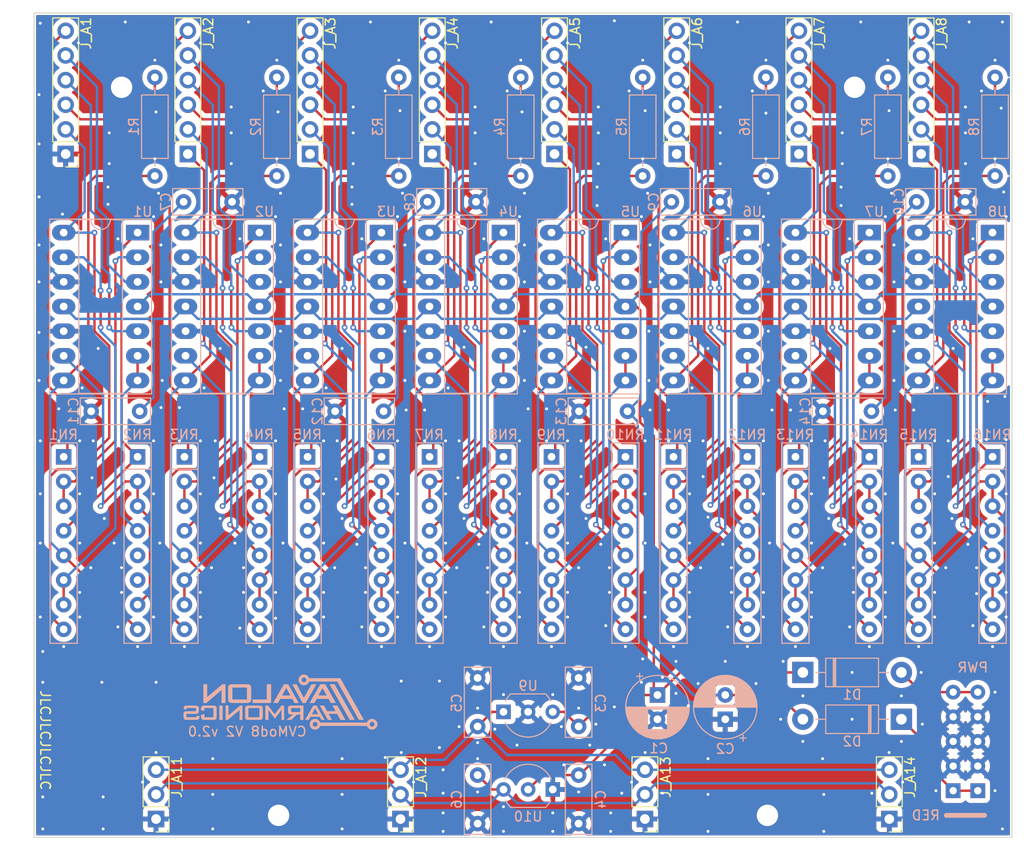
<source format=kicad_pcb>
(kicad_pcb (version 20240108) (generator "pcbnew") (generator_version "8.0")
  (layers (0 "F.Cu" jumper) (31 "B.Cu" power) (34 "B.Paste" user) (35 "F.Paste" user) (36 "B.SilkS" user "B.Silkscreen") (37 "F.SilkS" user "F.Silkscreen") (38 "B.Mask" user) (39 "F.Mask" user) (44 "Edge.Cuts" user))
  (net 0 "")
  (net 1 "Net-(RN3C-R3.1)")
  (net 2 "/LED2")
  (net 3 "Net-(RN1C-R3.1)")
  (net 4 "/LED1")
  (net 5 "/LED3")
  (net 6 "Net-(RN5C-R3.1)")
  (net 7 "/LED4")
  (net 8 "Net-(RN7C-R3.1)")
  (net 9 "Net-(RN10D-R4.2)")
  (net 10 "/LED5")
  (net 11 "/LED6")
  (net 12 "Net-(RN11C-R3.1)")
  (net 13 "/LED8")
  (net 14 "Net-(RN15C-R3.1)")
  (net 15 "Net-(RN13C-R3.1)")
  (net 16 "/LED7")
  (net 17 "Net-(RN15A-R1.2)")
  (net 18 "Net-(RN15C-R3.2)")
  (net 19 "/OUT8")
  (net 20 "Net-(J_A8-Pin_6)")
  (net 21 "Net-(RN15B-R2.2)")
  (net 22 "Net-(RN14A-R1.2)")
  (net 23 "Net-(RN14B-R2.2)")
  (net 24 "Net-(RN13B-R2.2)")
  (net 25 "/PRV7")
  (net 26 "Net-(RN13C-R3.2)")
  (net 27 "Net-(RN13A-R1.2)")
  (net 28 "Net-(J_A7-Pin_6)")
  (net 29 "/OUT7")
  (net 30 "Net-(RN12A-R1.2)")
  (net 31 "/PRV6")
  (net 32 "Net-(RN11B-R2.2)")
  (net 33 "Net-(RN12B-R2.2)")
  (net 34 "Net-(RN9C-R3.2)")
  (net 35 "Net-(RN9A-R1.2)")
  (net 36 "Net-(RN10A-R1.1)")
  (net 37 "Net-(J_A5-Pin_6)")
  (net 38 "/OUT5")
  (net 39 "Net-(RN8A-R1.2)")
  (net 40 "Net-(RN7B-R2.2)")
  (net 41 "/PRV4")
  (net 42 "Net-(RN8B-R2.2)")
  (net 43 "Net-(RN7A-R1.2)")
  (net 44 "Net-(RN7C-R3.2)")
  (net 45 "Net-(J_A4-Pin_6)")
  (net 46 "/OUT4")
  (net 47 "/PRV3")
  (net 48 "Net-(RN6A-R1.2)")
  (net 49 "Net-(RN5B-R2.2)")
  (net 50 "Net-(RN6B-R2.2)")
  (net 51 "Net-(RN5A-R1.2)")
  (net 52 "/OUT3")
  (net 53 "Net-(RN5C-R3.2)")
  (net 54 "Net-(J_A3-Pin_6)")
  (net 55 "/PRV5")
  (net 56 "Net-(RN10A-R1.2)")
  (net 57 "Net-(RN10B-R2.2)")
  (net 58 "Net-(RN3C-R3.2)")
  (net 59 "Net-(J_A2-Pin_6)")
  (net 60 "Net-(RN3A-R1.2)")
  (net 61 "Net-(RN3B-R2.2)")
  (net 62 "/OUT2")
  (net 63 "Net-(RN1A-R1.2)")
  (net 64 "Net-(RN1B-R2.2)")
  (net 65 "Net-(RN1C-R3.2)")
  (net 66 "/OUT1")
  (net 67 "Net-(J_A1-Pin_6)")
  (net 68 "Net-(RN4B-R2.2)")
  (net 69 "Net-(RN4A-R1.2)")
  (net 70 "/PRV2")
  (net 71 "/OUT6")
  (net 72 "Net-(RN11A-R1.2)")
  (net 73 "Net-(RN11C-R3.2)")
  (net 74 "Net-(J_A6-Pin_6)")
  (net 75 "Net-(RN2B-R2.2)")
  (net 76 "Net-(RN2A-R1.2)")
  (net 79 "Net-(RN16B-R2.2)")
  (net 80 "Net-(RN16A-R1.2)")
  (net 81 "/PRV8")
  (net 82 "+5V")
  (net 83 "-5V")
  (net 84 "-12V")
  (net 85 "GND")
  (net 86 "+12V")
  (net 87 "/OFS1")
  (net 88 "Net-(J_A1-Pin_5)")
  (net 89 "/OFS2")
  (net 90 "Net-(J_A2-Pin_5)")
  (net 91 "/OFS4")
  (net 92 "Net-(J_A4-Pin_5)")
  (net 93 "/OFS5")
  (net 94 "Net-(J_A5-Pin_5)")
  (net 95 "/OFS6")
  (net 96 "Net-(J_A6-Pin_5)")
  (net 97 "Net-(J_A7-Pin_5)")
  (net 98 "/OFS7")
  (net 99 "/OFS8")
  (net 100 "Net-(J_A8-Pin_5)")
  (net 101 "/OFS3")
  (net 102 "Net-(J_A3-Pin_5)")
  (net 103 "Net-(D2-K)")
  (net 104 "Net-(D1-A)")
  (footprint "Connector_PinHeader_2.54mm:PinHeader_1x06_P2.54mm_Vertical" (layer "F.Cu") (at 68.961 79.907 180)
    (property "Reference" "J_A3")
    (property "Value" "Conn_01x06_Male")
  )
  (footprint "Connector_PinHeader_2.54mm:PinHeader_1x06_P2.54mm_Vertical" (layer "F.Cu") (at 56.3626 79.907 180)
    (property "Reference" "J_A2")
    (property "Value" "Conn_01x06_Male")
  )
  (footprint "Eurorack:M2 Screw Hole" (layer "F.Cu") (at 116.1084 148.082)
    (property "Reference" "REF**" (hide yes))
    (property "Value" "M2 Screw Hole" (hide yes))
  )
  (footprint "Connector_PinHeader_2.54mm:PinHeader_1x03_P2.54mm_Vertical" (layer "F.Cu") (at 53.086 148.463 180)
    (property "Reference" "J_A11")
    (property "Value" "Conn_01x03_Male")
  )
  (footprint "Eurorack:M2 Screw Hole" (layer "F.Cu") (at 65.7148 148.082)
    (property "Reference" "REF**" (hide yes))
    (property "Value" "M2 Screw Hole" (hide yes))
  )
  (footprint "Connector_PinHeader_2.54mm:PinHeader_1x06_P2.54mm_Vertical" (layer "F.Cu") (at 119.3546 79.907 180)
    (property "Reference" "J_A7")
    (property "Value" "Conn_01x06_Male")
  )
  (footprint "Connector_PinHeader_2.54mm:PinHeader_1x03_P2.54mm_Vertical" (layer "F.Cu") (at 78.2828 148.463 180)
    (property "Reference" "J_A12")
    (property "Value" "Conn_01x03_Male")
  )
  (footprint "Connector_PinHeader_2.54mm:PinHeader_1x06_P2.54mm_Vertical" (layer "F.Cu") (at 131.953 79.907 180)
    (property "Reference" "J_A8")
    (property "Value" "Conn_01x06_Male")
  )
  (footprint "Eurorack:M2 Screw Hole" (layer "F.Cu") (at 125.095 73.025)
    (property "Reference" "REF**" (hide yes))
    (property "Value" "M2 Screw Hole" (hide yes))
  )
  (footprint "Eurorack:M2 Screw Hole" (layer "F.Cu") (at 49.53 73.025)
    (property "Reference" "REF**" (hide yes))
    (property "Value" "M2 Screw Hole" (hide yes))
  )
  (footprint "Connector_PinHeader_2.54mm:PinHeader_1x06_P2.54mm_Vertical" (layer "F.Cu") (at 106.7562 79.907 180)
    (property "Reference" "J_A6")
    (property "Value" "Conn_01x06_Male")
  )
  (footprint "Connector_PinHeader_2.54mm:PinHeader_1x06_P2.54mm_Vertical" (layer "F.Cu") (at 94.1578 79.907 180)
    (property "Reference" "J_A5")
    (property "Value" "Conn_01x06_Male")
  )
  (footprint "Connector_PinHeader_2.54mm:PinHeader_1x03_P2.54mm_Vertical" (layer "F.Cu") (at 103.4796 148.463 180)
    (property "Reference" "J_A13")
    (property "Value" "Conn_01x03_Male")
  )
  (footprint "Connector_PinHeader_2.54mm:PinHeader_1x03_P2.54mm_Vertical" (layer "F.Cu") (at 128.6764 148.463 180)
    (property "Reference" "J_A14")
    (property "Value" "Conn_01x03_Male")
  )
  (footprint "Connector_PinHeader_2.54mm:PinHeader_1x06_P2.54mm_Vertical" (layer "F.Cu") (at 81.5594 79.907 180)
    (property "Reference" "J_A4")
    (property "Value" "Conn_01x06_Male")
  )
  (footprint "Connector_PinHeader_2.54mm:PinHeader_1x06_P2.54mm_Vertical" (layer "F.Cu") (at 43.7642 79.907 180)
    (property "Reference" "J_A1")
    (property "Value" "Conn_01x06_Male")
  )
  (footprint "Capacitor_THT:C_Disc_D7.0mm_W2.5mm_P5.00mm" (layer "B.Cu") (at 51.395 106.426 180)
    (property "Reference" "C11")
    (property "Value" "0.1uF")
  )
  (footprint "Package_DIP:DIP-14_W7.62mm_Socket_LongPads" (layer "B.Cu") (at 51.181 88.011 180)
    (property "Reference" "U1")
    (property "Value" "TL074")
  )
  (footprint "Resistor_THT:R_Array_SIP8" (layer "B.Cu") (at 51.181 111.125 -90)
    (property "Reference" "RN2")
    (property "Value" "100k")
  )
  (footprint "Resistor_THT:R_Array_SIP8" (layer "B.Cu") (at 88.9 111.125 -90)
    (property "Reference" "RN8")
    (property "Value" "100k")
  )
  (footprint "Package_DIP:DIP-14_W7.62mm_Socket_LongPads" (layer "B.Cu") (at 101.473 88.011 180)
    (property "Reference" "U5")
    (property "Value" "TL074")
  )
  (footprint "Resistor_THT:R_Array_SIP8" (layer "B.Cu") (at 131.699 111.125 -90)
    (property "Reference" "RN15")
    (property "Value" "100k")
  )
  (footprint "Diode_THT:D_DO-41_SOD81_P10.16mm_Horizontal" (layer "B.Cu") (at 129.921 138.176 180)
    (property "Reference" "D2")
    (property "Value" "1N4001")
  )
  (footprint "Resistor_THT:R_Axial_DIN0207_L6.3mm_D2.5mm_P10.16mm_Horizontal" (layer "B.Cu") (at 139.573 82.169 90)
    (property "Reference" "R8")
    (property "Value" "1k")
  )
  (footprint "Package_DIP:DIP-14_W7.62mm_Socket_LongPads" (layer "B.Cu") (at 88.89 88.006 180)
    (property "Reference" "U4")
    (property "Value" "TL074")
  )
  (footprint "Resistor_THT:R_Axial_DIN0207_L6.3mm_D2.5mm_P10.16mm_Horizontal" (layer "B.Cu") (at 128.524 82.169 90)
    (property "Reference" "R7")
    (property "Value" "1k")
  )
  (footprint "Eurorack:Eurorack Power 10 Pin" (layer "B.Cu") (at 137.795 140.462 180)
    (property "Reference" "PWR1" (hide yes))
    (property "Value" "PWR_10_Pin" (hide yes))
  )
  (footprint "Capacitor_THT:C_Disc_D7.0mm_W2.5mm_P5.00mm" (layer "B.Cu") (at 96.647 148.931 90)
    (property "Reference" "C4")
    (property "Value" "0.1uF")
  )
  (footprint "Resistor_THT:R_Array_SIP8" (layer "B.Cu") (at 114.046 111.125 -90)
    (property "Reference" "RN12")
    (property "Value" "100k")
  )
  (footprint "Resistor_THT:R_Array_SIP8" (layer "B.Cu") (at 81.28 111.125 -90)
    (property "Reference" "RN7")
    (property "Value" "100k")
  )
  (footprint "Capacitor_THT:C_Disc_D7.0mm_W2.5mm_P5.00mm" (layer "B.Cu") (at 111.212 84.836 180)
    (property "Reference" "C9")
    (property "Value" "0.1uF")
  )
  (footprint "Resistor_THT:R_Array_SIP8" (layer "B.Cu") (at 106.426 111.125 -90)
    (property "Reference" "RN11")
    (property "Value" "100k")
  )
  (footprint "Package_DIP:DIP-14_W7.62mm_Socket_LongPads" (layer "B.Cu") (at 126.619 88.011 180)
    (property "Reference" "U7")
    (property "Value" "TL074")
  )
  (footprint "Capacitor_THT:C_Disc_D7.0mm_W2.5mm_P5.00mm" (layer "B.Cu") (at 76.541 106.426 180)
    (property "Reference" "C12")
    (property "Value" "0.1uF")
  )
  (footprint "Package_DIP:DIP-14_W7.62mm_Socket_LongPads" (layer "B.Cu") (at 139.309 88.006 180)
    (property "Reference" "U8")
    (property "Value" "TL074")
  )
  (footprint "Resistor_THT:R_Array_SIP8" (layer "B.Cu") (at 43.561 111.125 -90)
    (property "Reference" "RN1")
    (property "Value" "100k")
  )
  (footprint "Resistor_THT:R_Axial_DIN0207_L6.3mm_D2.5mm_P10.16mm_Horizontal" (layer "B.Cu") (at 103.251 82.169 90)
    (property "Reference" "R5")
    (property "Value" "1k")
  )
  (footprint "Resistor_THT:R_Array_SIP8" (layer "B.Cu") (at 101.473 111.125 -90)
    (property "Reference" "RN10")
    (property "Value" "100k")
  )
  (footprint "Resistor_THT:R_Array_SIP8" (layer "B.Cu") (at 139.319 111.125 -90)
    (property "Reference" "RN16")
    (property "Value" "100k")
  )
  (footprint "Resistor_THT:R_Array_SIP8" (layer "B.Cu") (at 93.853 111.125 -90)
    (property "Reference" "RN9")
    (property "Value" "100k")
  )
  (footprint "Package_TO_SOT_THT:TO-92_Inline_Wide" (layer "B.Cu") (at 88.9 137.414)
    (property "Reference" "U9")
    (property "Value" "78L05")
  )
  (footprint "Package_DIP:DIP-14_W7.62mm_Socket_LongPads" (layer "B.Cu") (at 63.744 88.006 180)
    (property "Reference" "U2")
    (property "Value" "TL074")
  )
  (footprint "Resistor_THT:R_Axial_DIN0207_L6.3mm_D2.5mm_P10.16mm_Horizontal" (layer "B.Cu") (at 78.105 82.169 90)
    (property "Reference" "R3")
    (property "Value" "1k")
  )
  (footprint "Capacitor_THT:C_Disc_D7.0mm_W2.5mm_P5.00mm" (layer "B.Cu") (at 86.233 138.917 90)
    (property "Reference" "C5")
    (property "Value" "0.1uF")
  )
  (footprint "Diode_THT:D_DO-41_SOD81_P10.16mm_Horizontal" (layer "B.Cu") (at 119.761 133.35)
    (property "Reference" "D1")
    (property "Value" "1N4001")
  )
  (footprint "Capacitor_THT:CP_Radial_D6.3mm_P2.50mm" (layer "B.Cu") (at 104.775 135.676 -90)
    (property "Reference" "C1")
    (property "Value" "47uF")
  )
  (footprint "Resistor_THT:R_Array_SIP8" (layer "B.Cu") (at 68.707 111.125 -90)
    (property "Reference" "RN5")
    (property "Value" "100k")
  )
  (footprint "Capacitor_THT:C_Disc_D7.0mm_W2.5mm_P5.00mm" (layer "B.Cu") (at 86.066 84.836 180)
    (property "Reference" "C8")
    (property "Value" "0.1uF")
  )
  (footprint "Resistor_THT:R_Array_SIP8" (layer "B.Cu") (at 76.327 111.125 -90)
    (property "Reference" "RN6")
    (property "Value" "100k")
  )
  (footprint "Package_DIP:DIP-14_W7.62mm_Socket_LongPads" (layer "B.Cu") (at 114.036 88.006 180)
    (property "Reference" "U6")
    (property "Value" "TL074")
  )
  (footprint "Resistor_THT:R_Array_SIP8" (layer "B.Cu") (at 63.754 111.125 -90)
    (property "Reference" "RN4")
    (property "Value" "100k")
  )
  (footprint "Capacitor_THT:C_Disc_D7.0mm_W2.5mm_P5.00mm" (layer "B.Cu") (at 101.687 106.426 180)
    (property "Reference" "C13")
    (property "Value" "0.1uF")
  )
  (footprint "Capacitor_THT:C_Disc_D7.0mm_W2.5mm_P5.00mm" (layer "B.Cu") (at 60.92 84.836 180)
    (property "Reference" "C7")
    (property "Value" "0.1uF")
  )
  (footprint "Resistor_THT:R_Axial_DIN0207_L6.3mm_D2.5mm_P10.16mm_Horizontal" (layer "B.Cu") (at 52.959 82.169 90)
    (property "Reference" "R1")
    (property "Value" "1k")
  )
  (footprint "Package_TO_SOT_THT:TO-92_Inline_Wide" (layer "B.Cu") (at 93.98 145.415 180)
    (property "Reference" "U10")
    (property "Value" "79L05")
  )
  (footprint "Capacitor_THT:C_Disc_D7.0mm_W2.5mm_P5.00mm" (layer "B.Cu") (at 96.647 138.917 90)
    (property "Reference" "C3")
    (property "Value" "0.1uF")
  )
  (footprint "Capacitor_THT:C_Disc_D7.0mm_W2.5mm_P5.00mm" (layer "B.Cu") (at 86.233 148.931 90)
    (property "Reference" "C6")
    (property "Value" "0.1uF")
  )
  (footprint "Capacitor_THT:CP_Radial_D6.3mm_P2.50mm" (layer "B.Cu") (at 111.76 138.176 90)
    (property "Reference" "C2")
    (property "Value" "47uF")
  )
  (footprint "Resistor_THT:R_Axial_DIN0207_L6.3mm_D2.5mm_P10.16mm_Horizontal" (layer "B.Cu") (at 65.532 82.169 90)
    (property "Reference" "R2")
    (property "Value" "1k")
  )
  (footprint "Resistor_THT:R_Axial_DIN0207_L6.3mm_D2.5mm_P10.16mm_Horizontal" (layer "B.Cu") (at 90.678 82.169 90)
    (property "Reference" "R4")
    (property "Value" "1k")
  )
  (footprint "Capacitor_THT:C_Disc_D7.0mm_W2.5mm_P5.00mm" (layer "B.Cu") (at 126.833 106.426 180)
    (property "Reference" "C14")
    (property "Value" "0.1uF")
  )
  (footprint "Capacitor_THT:C_Disc_D7.0mm_W2.5mm_P5.00mm" (layer "B.Cu") (at 136.485 84.836 180)
    (property "Reference" "C10")
    (property "Value" "0.1uF")
  )
  (footprint "Resistor_THT:R_Array_SIP8" (layer "B.Cu") (at 118.999 111.125 -90)
    (property "Reference" "RN13")
    (property "Value" "100k")
  )
  (footprint "Package_DIP:DIP-14_W7.62mm_Socket_LongPads" (layer "B.Cu") (at 76.317 88.006 180)
    (property "Reference" "U3")
    (property "Value" "TL074")
  )
  (footprint "Resistor_THT:R_Array_SIP8" (layer "B.Cu") (at 56.007 111.125 -90)
    (property "Reference" "RN3")
    (property "Value" "100k")
  )
  (footprint "Resistor_THT:R_Array_SIP8" (layer "B.Cu") (at 126.619 111.125 -90)
    (property "Reference" "RN14")
    (property "Value" "100k")
  )
  (footprint "Logos:Avalon Harmonics 20mm" (layer "B.Cu") (at 65.913 136.398 180)
    (property "Reference" "G***" (hide yes))
    (property "Value" "LOGO" (hide yes))
  )
  (footprint "Resistor_THT:R_Axial_DIN0207_L6.3mm_D2.5mm_P10.16mm_Horizontal" (layer "B.Cu") (at 115.951 82.169 90)
    (property "Reference" "R6")
    (property "Value" "1k")
  )
  (gr_rect (start 40.5116 65.3696) (end 141.3116 150.3476) (stroke (width 0.1)) (fill none) (layer "Edge.Cuts"))
  (gr_text "CVMod8 V2 v2.0" (at 62.484 139.446 0) (layer "B.SilkS") (effects (font (size 1 1)) (justify mirror)))
  (gr_text "JLCJLCJLCJLC" (at 41.656 140.335 -90) (layer "F.SilkS") (effects (font (size 1 1))))
  (segment (start 56.007 121.285) (end 63.627 128.905) (width 0.25) (layer "F.Cu") (net 1))
  (segment (start 63.627 128.905) (end 63.754 128.905) (width 0.25) (layer "F.Cu") (net 1))
  (segment (start 58.674 82.931) (end 58.674 100.696) (width 0.25) (layer "F.Cu") (net 1))
  (segment (start 58.674 100.696) (end 56.124 103.246) (width 0.25) (layer "F.Cu") (net 1))
  (segment (start 65.532 82.169) (end 59.436 82.169) (width 0.25) (layer "F.Cu") (net 1))
  (segment (start 59.436 82.169) (end 58.674 82.931) (width 0.25) (layer "F.Cu") (net 1))
  (segment (start 63.627 128.905) (end 63.754 128.905) (width 0.25) (layer "B.Cu") (net 1))
  (segment (start 54.61 104.76) (end 54.61 119.888) (width 0.25) (layer "B.Cu") (net 1))
  (segment (start 56.124 103.246) (end 54.61 104.76) (width 0.25) (layer "B.Cu") (net 1))
  (segment (start 54.61 119.888) (end 56.007 121.285) (width 0.25) (layer "B.Cu") (net 1))
  (segment (start 56.3626 74.827) (end 57.8626 76.327) (width 0.25) (layer "F.Cu") (net 2))
  (segment (start 63.119 76.327) (end 65.532 73.914) (width 0.25) (layer "F.Cu") (net 2))
  (segment (start 57.8626 76.327) (end 63.119 76.327) (width 0.25) (layer "F.Cu") (net 2))
  (segment (start 65.532 73.914) (end 65.532 72.009) (width 0.25) (layer "F.Cu") (net 2))
  (segment (start 46.863 82.169) (end 46.101 82.931) (width 0.25) (layer "F.Cu") (net 3))
  (segment (start 46.101 82.931) (end 46.101 100.711) (width 0.25) (layer "F.Cu") (net 3))
  (segment (start 46.101 100.711) (end 43.561 103.251) (width 0.25) (layer "F.Cu") (net 3))
  (segment (start 52.959 82.169) (end 46.863 82.169) (width 0.25) (layer "F.Cu") (net 3))
  (segment (start 43.561 121.285) (end 51.181 128.905) (width 0.25) (layer "F.Cu") (net 3))
  (segment (start 42.164 104.648) (end 42.164 119.888) (width 0.25) (layer "B.Cu") (net 3))
  (segment (start 43.561 103.251) (end 42.164 104.648) (width 0.25) (layer "B.Cu") (net 3))
  (segment (start 42.164 119.888) (end 43.561 121.285) (width 0.25) (layer "B.Cu") (net 3))
  (segment (start 45.2642 76.327) (end 50.546 76.327) (width 0.25) (layer "F.Cu") (net 4))
  (segment (start 50.546 76.327) (end 52.959 73.914) (width 0.25) (layer "F.Cu") (net 4))
  (segment (start 43.7642 74.827) (end 45.2642 76.327) (width 0.25) (layer "F.Cu") (net 4))
  (segment (start 52.959 73.914) (end 52.959 72.009) (width 0.25) (layer "F.Cu") (net 4))
  (segment (start 68.961 74.827) (end 70.461 76.327) (width 0.25) (layer "F.Cu") (net 5))
  (segment (start 75.692 76.327) (end 78.105 73.914) (width 0.25) (layer "F.Cu") (net 5))
  (segment (start 70.461 76.327) (end 75.692 76.327) (width 0.25) (layer "F.Cu") (net 5))
  (segment (start 78.105 73.914) (end 78.105 72.009) (width 0.25) (layer "F.Cu") (net 5))
  (segment (start 71.247 100.696) (end 68.697 103.246) (width 0.25) (layer "F.Cu") (net 6))
  (segment (start 78.105 82.169) (end 72.009 82.169) (width 0.25) (layer "F.Cu") (net 6))
  (segment (start 72.009 82.169) (end 71.247 82.931) (width 0.25) (layer "F.Cu") (net 6))
  (segment (start 71.247 82.931) (end 71.247 100.696) (width 0.25) (layer "F.Cu") (net 6))
  (segment (start 68.707 121.285) (end 76.327 128.905) (width 0.25) (layer "F.Cu") (net 6))
  (segment (start 67.31 104.633) (end 67.31 119.888) (width 0.25) (layer "B.Cu") (net 6))
  (segment (start 67.31 119.888) (end 68.707 121.285) (width 0.25) (layer "B.Cu") (net 6))
  (segment (start 68.697 103.246) (end 67.31 104.633) (width 0.25) (layer "B.Cu") (net 6))
  (segment (start 88.265 76.327) (end 90.678 73.914) (width 0.25) (layer "F.Cu") (net 7))
  (segment (start 81.5594 74.827) (end 83.0594 76.327) (width 0.25) (layer "F.Cu") (net 7))
  (segment (start 90.678 73.914) (end 90.678 72.009) (width 0.25) (layer "F.Cu") (net 7))
  (segment (start 83.0594 76.327) (end 88.265 76.327) (width 0.25) (layer "F.Cu") (net 7))
  (segment (start 83.82 82.931) (end 83.82 100.696) (width 0.25) (layer "F.Cu") (net 8))
  (segment (start 81.28 121.285) (end 88.9 128.905) (width 0.25) (layer "F.Cu") (net 8))
  (segment (start 84.582 82.169) (end 83.82 82.931) (width 0.25) (layer "F.Cu") (net 8))
  (segment (start 83.82 100.696) (end 81.27 103.246) (width 0.25) (layer "F.Cu") (net 8))
  (segment (start 90.678 82.169) (end 84.582 82.169) (width 0.25) (layer "F.Cu") (net 8))
  (segment (start 81.27 103.246) (end 79.883 104.633) (width 0.25) (layer "B.Cu") (net 8))
  (segment (start 79.883 104.633) (end 79.883 119.888) (width 0.25) (layer "B.Cu") (net 8))
  (segment (start 79.883 119.888) (end 81.28 121.285) (width 0.25) (layer "B.Cu") (net 8))
  (segment (start 97.155 82.169) (end 96.393 82.931) (width 0.25) (layer "F.Cu") (net 9))
  (segment (start 93.853 121.285) (end 101.473 128.905) (width 0.25) (layer "F.Cu") (net 9))
  (segment (start 96.393 100.711) (end 93.853 103.251) (width 0.25) (layer "F.Cu") (net 9))
  (segment (start 103.251 82.169) (end 97.155 82.169) (width 0.25) (layer "F.Cu") (net 9))
  (segment (start 96.393 82.931) (end 96.393 100.711) (width 0.25) (layer "F.Cu") (net 9))
  (segment (start 93.853 103.251) (end 92.456 104.648) (width 0.25) (layer "B.Cu") (net 9))
  (segment (start 92.456 119.888) (end 93.853 121.285) (width 0.25) (layer "B.Cu") (net 9))
  (segment (start 92.456 104.648) (end 92.456 119.888) (width 0.25) (layer "B.Cu") (net 9))
  (segment (start 100.838 76.327) (end 103.251 73.914) (width 0.25) (layer "F.Cu") (net 10))
  (segment (start 103.251 73.914) (end 103.251 72.009) (width 0.25) (layer "F.Cu") (net 10))
  (segment (start 95.6578 76.327) (end 100.838 76.327) (width 0.25) (layer "F.Cu") (net 10))
  (segment (start 94.1578 74.827) (end 95.6578 76.327) (width 0.25) (layer "F.Cu") (net 10))
  (segment (start 113.538 76.327) (end 115.951 73.914) (width 0.25) (layer "F.Cu") (net 11))
  (segment (start 108.2562 76.327) (end 113.538 76.327) (width 0.25) (layer "F.Cu") (net 11))
  (segment (start 106.7562 74.827) (end 108.2562 76.327) (width 0.25) (layer "F.Cu") (net 11))
  (segment (start 115.951 73.914) (end 115.951 72.009) (width 0.25) (layer "F.Cu") (net 11))
  (segment (start 108.966 100.696) (end 106.416 103.246) (width 0.25) (layer "F.Cu") (net 12))
  (segment (start 106.426 121.285) (end 114.046 128.905) (width 0.25) (layer "F.Cu") (net 12))
  (segment (start 108.966 82.931) (end 108.966 100.696) (width 0.25) (layer "F.Cu") (net 12))
  (segment (start 115.951 82.169) (end 109.728 82.169) (width 0.25) (layer "F.Cu") (net 12))
  (segment (start 109.728 82.169) (end 108.966 82.931) (width 0.25) (layer "F.Cu") (net 12))
  (segment (start 106.416 103.246) (end 105.029 104.633) (width 0.25) (layer "B.Cu") (net 12))
  (segment (start 105.029 104.633) (end 105.029 119.888) (width 0.25) (layer "B.Cu") (net 12))
  (segment (start 105.029 119.888) (end 106.426 121.285) (width 0.25) (layer "B.Cu") (net 12))
  (segment (start 131.953 74.827) (end 133.453 76.327) (width 0.25) (layer "F.Cu") (net 13))
  (segment (start 137.16 76.327) (end 139.573 73.914) (width 0.25) (layer "F.Cu") (net 13))
  (segment (start 133.453 76.327) (end 137.16 76.327) (width 0.25) (layer "F.Cu") (net 13))
  (segment (start 139.573 73.914) (end 139.573 72.009) (width 0.25) (layer "F.Cu") (net 13))
  (segment (start 134.239 100.696) (end 131.689 103.246) (width 0.25) (layer "F.Cu") (net 14))
  (segment (start 135.001 82.169) (end 134.239 82.931) (width 0.25) (layer "F.Cu") (net 14))
  (segment (start 131.699 121.285) (end 139.319 128.905) (width 0.25) (layer "F.Cu") (net 14))
  (segment (start 134.239 82.931) (end 134.239 100.696) (width 0.25) (layer "F.Cu") (net 14))
  (segment (start 139.573 82.169) (end 135.001 82.169) (width 0.25) (layer "F.Cu") (net 14))
  (segment (start 130.302 119.888) (end 131.699 121.285) (width 0.25) (layer "B.Cu") (net 14))
  (segment (start 131.689 103.246) (end 130.302 104.633) (width 0.25) (layer "B.Cu") (net 14))
  (segment (start 130.302 104.633) (end 130.302 119.888) (width 0.25) (layer "B.Cu") (net 14))
  (segment (start 128.524 82.169) (end 122.428 82.169) (width 0.25) (layer "F.Cu") (net 15))
  (segment (start 121.539 100.711) (end 118.999 103.251) (width 0.25) (layer "F.Cu") (net 15))
  (segment (start 122.428 82.169) (end 121.539 83.058) (width 0.25) (layer "F.Cu") (net 15))
  (segment (start 118.999 121.285) (end 126.619 128.905) (width 0.25) (layer "F.Cu") (net 15))
  (segment (start 121.539 83.058) (end 121.539 100.711) (width 0.25) (layer "F.Cu") (net 15))
  (segment (start 117.602 119.888) (end 118.999 121.285) (width 0.25) (layer "B.Cu") (net 15))
  (segment (start 118.999 103.251) (end 117.602 104.648) (width 0.25) (layer "B.Cu") (net 15))
  (segment (start 117.602 104.648) (end 117.602 119.888) (width 0.25) (layer "B.Cu") (net 15))
  (segment (start 128.524 73.787) (end 128.524 72.009) (width 0.25) (layer "F.Cu") (net 16))
  (segment (start 119.3546 74.827) (end 120.8546 76.327) (width 0.25) (layer "F.Cu") (net 16))
  (segment (start 125.984 76.327) (end 128.524 73.787) (width 0.25) (layer "F.Cu") (net 16))
  (segment (start 120.8546 76.327) (end 125.984 76.327) (width 0.25) (layer "F.Cu") (net 16))
  (segment (start 131.699 113.665) (end 131.699 116.205) (width 0.25) (layer "F.Cu") (net 17))
  (segment (start 137.033 90.942) (end 137.033 109.474) (width 0.25) (layer "F.Cu") (net 17))
  (segment (start 137.033 109.474) (end 132.842 113.665) (width 0.25) (layer "F.Cu") (net 17))
  (segment (start 137.043 90.932) (end 137.033 90.942) (width 0.25) (layer "F.Cu") (net 17))
  (segment (start 132.842 113.665) (end 131.699 113.665) (width 0.25) (layer "F.Cu") (net 17))
  (via (at 137.043 90.932) (size 0.6) (drill 0.3) (layers "F.Cu" "B.Cu") (net 17))
  (segment (start 139.309 90.546) (end 137.429 90.546) (width 0.25) (layer "B.Cu") (net 17))
  (segment (start 137.429 90.546) (end 137.043 90.932) (width 0.25) (layer "B.Cu") (net 17))
  (segment (start 131.699 123.825) (end 131.699 126.365) (width 0.25) (layer "F.Cu") (net 18))
  (segment (start 135.509 93.726) (end 135.509 97.79) (width 0.25) (layer "F.Cu") (net 18))
  (via (at 135.509 97.79) (size 0.6) (drill 0.3) (layers "F.Cu" "B.Cu") (net 18))
  (via (at 135.509 93.726) (size 0.6) (drill 0.3) (layers "F.Cu" "B.Cu") (net 18))
  (segment (start 137.033 118.491) (end 131.699 123.825) (width 0.25) (layer "B.Cu") (net 18))
  (segment (start 133.726 90.546) (end 131.689 90.546) (width 0.25) (layer "B.Cu") (net 18))
  (segment (start 137.033 99.695) (end 137.033 118.491) (width 0.25) (layer "B.Cu") (net 18))
  (segment (start 135.509 92.329) (end 133.726 90.546) (width 0.25) (layer "B.Cu") (net 18))
  (segment (start 135.509 93.726) (end 135.509 92.329) (width 0.25) (layer "B.Cu") (net 18))
  (segment (start 135.509 97.79) (end 135.509 98.171) (width 0.25) (layer "B.Cu") (net 18))
  (segment (start 135.509 98.171) (end 137.033 99.695) (width 0.25) (layer "B.Cu") (net 18))
  (segment (start 131.0005 112.395) (end 130.302 113.0935) (width 0.25) (layer "F.Cu") (net 19))
  (segment (start 134.874 98.171) (end 136.398 99.695) (width 0.25) (layer "F.Cu") (net 19))
  (segment (start 134.874 88.011) (end 134.874 98.171) (width 0.25) (layer "F.Cu") (net 19))
  (segment (start 136.398 99.695) (end 136.398 109.22) (width 0.25) (layer "F.Cu") (net 19))
  (segment (start 130.302 127.508) (end 131.699 128.905) (width 0.25) (layer "F.Cu") (net 19))
  (segment (start 133.223 112.395) (end 131.0005 112.395) (width 0.25) (layer "F.Cu") (net 19))
  (segment (start 136.398 109.22) (end 133.223 112.395) (width 0.25) (layer "F.Cu") (net 19))
  (segment (start 130.302 113.0935) (end 130.302 127.508) (width 0.25) (layer "F.Cu") (net 19))
  (via (at 134.874 88.011) (size 0.6) (drill 0.3) (layers "F.Cu" "B.Cu") (net 19))
  (segment (start 134.874 88.011) (end 134.869 88.006) (width 0.25) (layer "B.Cu") (net 19))
  (segment (start 131.689 88.006) (end 133.985 85.71) (width 0.25) (layer "B.Cu") (net 19))
  (segment (start 133.985 85.71) (end 133.985 79.399) (width 0.25) (layer "B.Cu") (net 19))
  (segment (start 134.869 88.006) (end 131.689 88.006) (width 0.25) (layer "B.Cu") (net 19))
  (segment (start 133.985 79.399) (end 131.953 77.367) (width 0.25) (layer "B.Cu") (net 19))
  (segment (start 130.048 103.886) (end 132.08 105.918) (width 0.25) (layer "F.Cu") (net 20))
  (segment (start 130.048 69.112) (end 130.048 103.886) (width 0.25) (layer "F.Cu") (net 20))
  (segment (start 131.953 67.207) (end 130.048 69.112) (width 0.25) (layer "F.Cu") (net 20))
  (segment (start 132.08 105.918) (end 132.08 110.744) (width 0.25) (layer "F.Cu") (net 20))
  (segment (start 132.08 110.744) (end 131.699 111.125) (width 0.25) (layer "F.Cu") (net 20))
  (segment (start 139.319 111.125) (end 137.668 109.474) (width 0.25) (layer "F.Cu") (net 21))
  (segment (start 137.668 109.474) (end 137.668 89.647) (width 0.25) (layer "F.Cu") (net 21))
  (segment (start 137.668 89.647) (end 139.309 88.006) (width 0.25) (layer "F.Cu") (net 21))
  (segment (start 131.699 118.745) (end 139.319 111.125) (width 0.25) (layer "F.Cu") (net 21))
  (segment (start 126.619 123.825) (end 127.889 122.555) (width 0.25) (layer "F.Cu") (net 22))
  (segment (start 126.619 113.665) (end 126.619 116.205) (width 0.25) (layer "F.Cu") (net 22))
  (segment (start 127.889 122.555) (end 127.889 117.475) (width 0.25) (layer "F.Cu") (net 22))
  (segment (start 127.889 117.475) (end 126.619 116.205) (width 0.25) (layer "F.Cu") (net 22))
  (segment (start 126.619 123.825) (end 126.619 126.365) (width 0.25) (layer "F.Cu") (net 22))
  (segment (start 125.349 113.665) (end 126.619 113.665) (width 0.25) (layer "F.Cu") (net 22))
  (segment (start 122.809 116.205) (end 125.349 113.665) (width 0.25) (layer "F.Cu") (net 22))
  (via (at 122.809 116.205) (size 0.6) (drill 0.3) (layers "F.Cu" "B.Cu") (net 22))
  (segment (start 122.809 116.205) (end 123.063 115.951) (width 0.25) (layer "B.Cu") (net 22))
  (segment (start 123.063 104.775) (end 118.999 100.711) (width 0.25) (layer "B.Cu") (net 22))
  (segment (start 123.063 115.951) (end 123.063 104.775) (width 0.25) (layer "B.Cu") (net 22))
  (segment (start 126.619 100.711) (end 126.619 103.251) (width 0.25) (layer "F.Cu") (net 23))
  (segment (start 124.968 117.094) (end 126.619 118.745) (width 0.25) (layer "B.Cu") (net 23))
  (segment (start 124.968 104.902) (end 124.968 117.094) (width 0.25) (layer "B.Cu") (net 23))
  (segment (start 126.619 103.251) (end 124.968 104.902) (width 0.25) (layer "B.Cu") (net 23))
  (segment (start 124.968 89.662) (end 126.619 88.011) (width 0.25) (layer "F.Cu") (net 24))
  (segment (start 126.619 111.125) (end 124.968 109.474) (width 0.25) (layer "F.Cu") (net 24))
  (segment (start 118.999 118.745) (end 126.619 111.125) (width 0.25) (layer "F.Cu") (net 24))
  (segment (start 124.968 109.474) (end 124.968 89.662) (width 0.25) (layer "F.Cu") (net 24))
  (segment (start 120.904 81.4564) (end 120.904 99.314) (width 0.25) (layer "F.Cu") (net 25))
  (segment (start 123.571 118.11) (end 126.619 121.158) (width 0.25) (layer "F.Cu") (net 25))
  (segment (start 126.619 121.158) (end 126.619 121.285) (width 0.25) (layer "F.Cu") (net 25))
  (segment (start 120.904 99.314) (end 120.777 99.441) (width 0.25) (layer "F.Cu") (net 25))
  (segment (start 119.3546 79.907) (end 120.904 81.4564) (width 0.25) (layer "F.Cu") (net 25))
  (via (at 123.571 118.11) (size 0.6) (drill 0.3) (layers "F.Cu" "B.Cu") (net 25))
  (via (at 120.777 99.441) (size 0.6) (drill 0.3) (layers "F.Cu" "B.Cu") (net 25))
  (segment (start 120.777 99.441) (end 123.698 102.362) (width 0.25) (layer "B.Cu") (net 25))
  (segment (start 123.698 117.983) (end 123.571 118.11) (width 0.25) (layer "B.Cu") (net 25))
  (segment (start 123.698 102.362) (end 123.698 117.983) (width 0.25) (layer "B.Cu") (net 25))
  (segment (start 122.809 93.726) (end 122.809 97.79) (width 0.25) (layer "F.Cu") (net 26))
  (segment (start 118.999 126.365) (end 118.999 123.825) (width 0.25) (layer "F.Cu") (net 26))
  (via (at 122.809 97.79) (size 0.6) (drill 0.3) (layers "F.Cu" "B.Cu") (net 26))
  (via (at 122.809 93.726) (size 0.6) (drill 0.3) (layers "F.Cu" "B.Cu") (net 26))
  (segment (start 122.809 98.171) (end 124.333 99.695) (width 0.25) (layer "B.Cu") (net 26))
  (segment (start 122.809 92.329) (end 122.809 93.726) (width 0.25) (layer "B.Cu") (net 26))
  (segment (start 118.999 90.551) (end 121.031 90.551) (width 0.25) (layer "B.Cu") (net 26))
  (segment (start 124.333 99.695) (end 124.333 118.491) (width 0.25) (layer "B.Cu") (net 26))
  (segment (start 122.809 97.79) (end 122.809 98.171) (width 0.25) (layer "B.Cu") (net 26))
  (segment (start 124.333 118.491) (end 118.999 123.825) (width 0.25) (layer "B.Cu") (net 26))
  (segment (start 121.031 90.551) (end 122.809 92.329) (width 0.25) (layer "B.Cu") (net 26))
  (segment (start 124.343 90.932) (end 124.343 109.464) (width 0.25) (layer "F.Cu") (net 27))
  (segment (start 118.999 113.665) (end 118.999 116.205) (width 0.25) (layer "F.Cu") (net 27))
  (segment (start 124.343 109.464) (end 120.142 113.665) (width 0.25) (layer "F.Cu") (net 27))
  (segment (start 120.142 113.665) (end 118.999 113.665) (width 0.25) (layer "F.Cu") (net 27))
  (via (at 124.343 90.932) (size 0.6) (drill 0.3) (layers "F.Cu" "B.Cu") (net 27))
  (segment (start 124.724 90.551) (end 124.343 90.932) (width 0.25) (layer "B.Cu") (net 27))
  (segment (start 126.619 90.551) (end 124.724 90.551) (width 0.25) (layer "B.Cu") (net 27))
  (segment (start 119.3546 67.207) (end 117.348 69.2136) (width 0.25) (layer "F.Cu") (net 28))
  (segment (start 119.38 110.744) (end 118.999 111.125) (width 0.25) (layer "F.Cu") (net 28))
  (segment (start 119.38 105.918) (end 119.38 110.744) (width 0.25) (layer "F.Cu") (net 28))
  (segment (start 117.348 103.886) (end 119.38 105.918) (width 0.25) (layer "F.Cu") (net 28))
  (segment (start 117.348 69.2136) (end 117.348 103.886) (width 0.25) (layer "F.Cu") (net 28))
  (segment (start 123.698 109.22) (end 120.523 112.395) (width 0.25) (layer "F.Cu") (net 29))
  (segment (start 123.698 99.695) (end 123.698 109.22) (width 0.25) (layer "F.Cu") (net 29))
  (segment (start 122.174 88.011) (end 122.174 98.171) (width 0.25) (layer "F.Cu") (net 29))
  (segment (start 117.602 113.03) (end 117.602 127.508) (width 0.25) (layer "F.Cu") (net 29))
  (segment (start 118.237 112.395) (end 117.602 113.03) (width 0.25) (layer "F.Cu") (net 29))
  (segment (start 117.602 127.508) (end 118.999 128.905) (width 0.25) (layer "F.Cu") (net 29))
  (segment (start 120.523 112.395) (end 118.237 112.395) (width 0.25) (layer "F.Cu") (net 29))
  (segment (start 122.174 98.171) (end 123.698 99.695) (width 0.25) (layer "F.Cu") (net 29))
  (via (at 122.174 88.011) (size 0.6) (drill 0.3) (layers "F.Cu" "B.Cu") (net 29))
  (segment (start 121.285 79.2974) (end 119.3546 77.367) (width 0.25) (layer "B.Cu") (net 29))
  (segment (start 121.285 85.725) (end 121.285 79.2974) (width 0.25) (layer "B.Cu") (net 29))
  (segment (start 118.999 88.011) (end 121.285 85.725) (width 0.25) (layer "B.Cu") (net 29))
  (segment (start 118.999 88.011) (end 122.174 88.011) (width 0.25) (layer "B.Cu") (net 29))
  (segment (start 115.316 122.555) (end 114.046 123.825) (width 0.25) (layer "F.Cu") (net 30))
  (segment (start 114.046 116.205) (end 114.046 113.665) (width 0.25) (layer "F.Cu") (net 30))
  (segment (start 110.236 116.078) (end 112.649 113.665) (width 0.25) (layer "F.Cu") (net 30))
  (segment (start 115.316 117.475) (end 115.316 122.555) (width 0.25) (layer "F.Cu") (net 30))
  (segment (start 114.046 123.825) (end 114.046 126.365) (width 0.25) (layer "F.Cu") (net 30))
  (segment (start 114.046 116.205) (end 115.316 117.475) (width 0.25) (layer "F.Cu") (net 30))
  (segment (start 112.649 113.665) (end 114.046 113.665) (width 0.25) (layer "F.Cu") (net 30))
  (via (at 110.236 116.078) (size 0.6) (drill 0.3) (layers "F.Cu" "B.Cu") (net 30))
  (segment (start 110.236 116.078) (end 110.49 115.824) (width 0.25) (layer "B.Cu") (net 30))
  (segment (start 110.49 104.78) (end 106.416 100.706) (width 0.25) (layer "B.Cu") (net 30))
  (segment (start 110.49 115.824) (end 110.49 104.78) (width 0.25) (layer "B.Cu") (net 30))
  (segment (start 106.7562 79.907) (end 108.331 81.4818) (width 0.25) (layer "F.Cu") (net 31))
  (segment (start 110.998 118.11) (end 114.046 121.158) (width 0.25) (layer "F.Cu") (net 31))
  (segment (start 114.046 121.158) (end 114.046 121.285) (width 0.25) (layer "F.Cu") (net 31))
  (segment (start 108.331 99.314) (end 108.204 99.441) (width 0.25) (layer "F.Cu") (net 31))
  (segment (start 108.331 81.4818) (end 108.331 99.314) (width 0.25) (layer "F.Cu") (net 31))
  (via (at 110.998 118.11) (size 0.6) (drill 0.3) (layers "F.Cu" "B.Cu") (net 31))
  (via (at 108.204 99.441) (size 0.6) (drill 0.3) (layers "F.Cu" "B.Cu") (net 31))
  (segment (start 108.204 99.441) (end 111.125 102.362) (width 0.25) (layer "B.Cu") (net 31))
  (segment (start 111.125 102.362) (end 111.125 117.983) (width 0.25) (layer "B.Cu") (net 31))
  (segment (start 111.125 117.983) (end 110.998 118.11) (width 0.25) (layer "B.Cu") (net 31))
  (segment (start 114.046 111.125) (end 112.395 109.474) (width 0.25) (layer "F.Cu") (net 32))
  (segment (start 106.426 118.745) (end 114.046 111.125) (width 0.25) (layer "F.Cu") (net 32))
  (segment (start 112.395 89.647) (end 114.036 88.006) (width 0.25) (layer "F.Cu") (net 32))
  (segment (start 112.395 109.474) (end 112.395 89.647) (width 0.25) (layer "F.Cu") (net 32))
  (segment (start 114.036 100.706) (end 114.036 103.246) (width 0.25) (layer "F.Cu") (net 33))
  (segment (start 114.036 103.246) (end 112.395 104.887) (width 0.25) (layer "B.Cu") (net 33))
  (segment (start 112.395 104.887) (end 112.395 117.094) (width 0.25) (layer "B.Cu") (net 33))
  (segment (start 112.395 117.094) (end 114.046 118.745) (width 0.25) (layer "B.Cu") (net 33))
  (segment (start 97.663 93.726) (end 97.663 97.79) (width 0.25) (layer "F.Cu") (net 34))
  (segment (start 93.853 126.365) (end 93.853 123.825) (width 0.25) (layer "F.Cu") (net 34))
  (via (at 97.663 97.79) (size 0.6) (drill 0.3) (layers "F.Cu" "B.Cu") (net 34))
  (via (at 97.663 93.726) (size 0.6) (drill 0.3) (layers "F.Cu" "B.Cu") (net 34))
  (segment (start 95.885 90.551) (end 97.663 92.329) (width 0.25) (layer "B.Cu") (net 34))
  (segment (start 99.187 99.568) (end 99.187 118.491) (width 0.25) (layer "B.Cu") (net 34))
  (segment (start 93.853 90.551) (end 95.885 90.551) (width 0.25) (layer "B.Cu") (net 34))
  (segment (start 97.663 98.044) (end 99.187 99.568) (width 0.25) (layer "B.Cu") (net 34))
  (segment (start 97.663 97.79) (end 97.663 98.044) (width 0.25) (layer "B.Cu") (net 34))
  (segment (start 97.663 92.329) (end 97.663 93.726) (width 0.25) (layer "B.Cu") (net 34))
  (segment (start 99.187 118.491) (end 93.853 123.825) (width 0.25) (layer "B.Cu") (net 34))
  (segment (start 93.853 113.665) (end 93.853 116.205) (width 0.25) (layer "F.Cu") (net 35))
  (segment (start 99.197 109.464) (end 94.996 113.665) (width 0.25) (layer "F.Cu") (net 35))
  (segment (start 94.996 113.665) (end 93.853 113.665) (width 0.25) (layer "F.Cu") (net 35))
  (segment (start 99.197 90.932) (end 99.197 109.464) (width 0.25) (layer "F.Cu") (net 35))
  (via (at 99.197 90.932) (size 0.6) (drill 0.3) (layers "F.Cu" "B.Cu") (net 35))
  (segment (start 99.578 90.551) (end 99.197 90.932) (width 0.25) (layer "B.Cu") (net 35))
  (segment (start 101.473 90.551) (end 99.578 90.551) (width 0.25) (layer "B.Cu") (net 35))
  (segment (start 93.853 118.745) (end 101.473 111.125) (width 0.25) (layer "F.Cu") (net 36))
  (segment (start 99.822 109.474) (end 99.822 89.662) (width 0.25) (layer "F.Cu") (net 36))
  (segment (start 99.822 89.662) (end 101.473 88.011) (width 0.25) (layer "F.Cu") (net 36))
  (segment (start 101.473 111.125) (end 99.822 109.474) (width 0.25) (layer "F.Cu") (net 36))
  (segment (start 92.202 103.759) (end 94.234 105.791) (width 0.25) (layer "F.Cu") (net 37))
  (segment (start 94.234 105.791) (end 94.234 110.744) (width 0.25) (layer "F.Cu") (net 37))
  (segment (start 94.1578 67.207) (end 92.202 69.1628) (width 0.25) (layer "F.Cu") (net 37))
  (segment (start 94.234 110.744) (end 93.853 111.125) (width 0.25) (layer "F.Cu") (net 37))
  (segment (start 92.202 69.1628) (end 92.202 103.759) (width 0.25) (layer "F.Cu") (net 37))
  (segment (start 97.038 88.021) (end 97.038 98.054) (width 0.25) (layer "F.Cu") (net 38))
  (segment (start 92.456 113.03) (end 92.456 127.508) (width 0.25) (layer "F.Cu") (net 38))
  (segment (start 98.552 99.568) (end 98.552 109.347) (width 0.25) (layer "F.Cu") (net 38))
  (segment (start 95.504 112.395) (end 93.091 112.395) (width 0.25) (layer "F.Cu") (net 38))
  (segment (start 93.091 112.395) (end 92.456 113.03) (width 0.25) (layer "F.Cu") (net 38))
  (segment (start 97.028 88.011) (end 97.038 88.021) (width 0.25) (layer "F.Cu") (net 38))
  (segment (start 97.038 98.054) (end 98.552 99.568) (width 0.25) (layer "F.Cu") (net 38))
  (segment (start 98.552 109.347) (end 95.504 112.395) (width 0.25) (layer "F.Cu") (net 38))
  (segment (start 92.456 127.508) (end 93.853 128.905) (width 0.25) (layer "F.Cu") (net 38))
  (via (at 97.028 88.011) (size 0.6) (drill 0.3) (layers "F.Cu" "B.Cu") (net 38))
  (segment (start 96.139 85.725) (end 96.139 79.3482) (width 0.25) (layer "B.Cu") (net 38))
  (segment (start 96.139 79.3482) (end 94.1578 77.367) (width 0.25) (layer "B.Cu") (net 38))
  (segment (start 93.853 88.011) (end 96.139 85.725) (width 0.25) (layer "B.Cu") (net 38))
  (segment (start 93.853 88.011) (end 97.028 88.011) (width 0.25) (layer "B.Cu") (net 38))
  (segment (start 88.9 116.205) (end 88.9 113.665) (width 0.25) (layer "F.Cu") (net 39))
  (segment (start 88.9 116.205) (end 90.17 117.475) (width 0.25) (layer "F.Cu") (net 39))
  (segment (start 90.17 122.555) (end 88.9 123.825) (width 0.25) (layer "F.Cu") (net 39))
  (segment (start 90.17 117.475) (end 90.17 122.555) (width 0.25) (layer "F.Cu") (net 39))
  (segment (start 85.09 116.205) (end 87.63 113.665) (width 0.25) (layer "F.Cu") (net 39))
  (segment (start 88.9 126.365) (end 88.9 123.825) (width 0.25) (layer "F.Cu") (net 39))
  (segment (start 87.63 113.665) (end 88.9 113.665) (width 0.25) (layer "F.Cu") (net 39))
  (via (at 85.09 116.205) (size 0.6) (drill 0.3) (layers "F.Cu" "B.Cu") (net 39))
  (segment (start 85.344 104.78) (end 81.27 100.706) (width 0.25) (layer "B.Cu") (net 39))
  (segment (start 85.09 116.205) (end 85.344 115.951) (width 0.25) (layer "B.Cu") (net 39))
  (segment (start 85.344 115.951) (end 85.344 104.78) (width 0.25) (layer "B.Cu") (net 39))
  (segment (start 88.9 111.125) (end 87.249 109.474) (width 0.25) (layer "F.Cu") (net 40))
  (segment (start 87.249 89.647) (end 88.89 88.006) (width 0.25) (layer "F.Cu") (net 40))
  (segment (start 81.28 118.745) (end 88.9 111.125) (width 0.25) (layer "F.Cu") (net 40))
  (segment (start 87.249 109.474) (end 87.249 89.647) (width 0.25) (layer "F.Cu") (net 40))
  (segment (start 85.852 118.11) (end 88.9 121.158) (width 0.25) (layer "F.Cu") (net 41))
  (segment (start 81.5594 79.907) (end 83.185 81.5326) (width 0.25) (layer "F.Cu") (net 41))
  (segment (start 83.185 99.314) (end 83.058 99.441) (width 0.25) (layer "F.Cu") (net 41))
  (segment (start 88.9 121.158) (end 88.9 121.285) (width 0.25) (layer "F.Cu") (net 41))
  (segment (start 83.185 81.5326) (end 83.185 99.314) (width 0.25) (layer "F.Cu") (net 41))
  (via (at 83.058 99.441) (size 0.6) (drill 0.3) (layers "F.Cu" "B.Cu") (net 41))
  (via (at 85.852 118.11) (size 0.6) (drill 0.3) (layers "F.Cu" "B.Cu") (net 41))
  (segment (start 85.979 102.362) (end 85.979 110.363) (width 0.25) (layer "B.Cu") (net 41))
  (segment (start 85.979 117.983) (end 85.852 118.11) (width 0.25) (layer "B.Cu") (net 41))
  (segment (start 83.058 99.441) (end 85.979 102.362) (width 0.25) (layer "B.Cu") (net 41))
  (segment (start 85.979 110.363) (end 85.979 117.983) (width 0.25) (layer "B.Cu") (net 41))
  (segment (start 88.89 100.706) (end 88.89 103.246) (width 0.25) (layer "F.Cu") (net 42))
  (segment (start 87.249 104.887) (end 87.249 117.094) (width 0.25) (layer "B.Cu") (net 42))
  (segment (start 88.89 103.246) (end 87.249 104.887) (width 0.25) (layer "B.Cu") (net 42))
  (segment (start 87.249 117.094) (end 88.9 118.745) (width 0.25) (layer "B.Cu") (net 42))
  (segment (start 81.28 113.665) (end 81.28 116.205) (width 0.25) (layer "F.Cu") (net 43))
  (segment (start 82.423 113.665) (end 81.28 113.665) (width 0.25) (layer "F.Cu") (net 43))
  (segment (start 86.614 109.474) (end 82.423 113.665) (width 0.25) (layer "F.Cu") (net 43))
  (segment (start 86.614 90.932) (end 86.614 109.474) (width 0.25) (layer "F.Cu") (net 43))
  (via (at 86.614 90.932) (size 0.6) (drill 0.3) (layers "F.Cu" "B.Cu") (net 43))
  (segment (start 88.89 90.546) (end 87 90.546) (width 0.25) (layer "B.Cu") (net 43))
  (segment (start 87 90.546) (end 86.614 90.932) (width 0.25) (layer "B.Cu") (net 43))
  (segment (start 81.28 126.365) (end 81.28 123.825) (width 0.25) (layer "F.Cu") (net 44))
  (segment (start 85.09 93.726) (end 85.09 97.79) (width 0.25) (layer "F.Cu") (net 44))
  (via (at 85.09 93.726) (size 0.6) (drill 0.3) (layers "F.Cu" "B.Cu") (net 44))
  (via (at 85.09 97.79) (size 0.6) (drill 0.3) (layers "F.Cu" "B.Cu") (net 44))
  (segment (start 85.09 97.79) (end 85.09 98.1075) (width 0.25) (layer "B.Cu") (net 44))
  (segment (start 83.307 90.546) (end 85.09 92.329) (width 0.25) (layer "B.Cu") (net 44))
  (segment (start 85.09 92.329) (end 85.09 93.726) (width 0.25) (layer "B.Cu") (net 44))
  (segment (start 86.614 99.6315) (end 86.614 118.491) (width 0.25) (layer "B.Cu") (net 44))
  (segment (start 86.614 118.491) (end 81.28 123.825) (width 0.25) (layer "B.Cu") (net 44))
  (segment (start 85.09 98.1075) (end 86.614 99.6315) (width 0.25) (layer "B.Cu") (net 44))
  (segment (start 81.27 90.546) (end 83.307 90.546) (width 0.25) (layer "B.Cu") (net 44))
  (segment (start 81.661 110.744) (end 81.28 111.125) (width 0.25) (layer "F.Cu") (net 45))
  (segment (start 81.5594 67.207) (end 79.629 69.1374) (width 0.25) (layer "F.Cu") (net 45))
  (segment (start 79.629 69.1374) (end 79.629 103.804495) (width 0.25) (layer "F.Cu") (net 45))
  (segment (start 81.661 105.836495) (end 81.661 110.744) (width 0.25) (layer "F.Cu") (net 45))
  (segment (start 79.629 103.804495) (end 81.661 105.836495) (width 0.25) (layer "F.Cu") (net 45))
  (segment (start 85.979 109.2835) (end 82.8675 112.395) (width 0.25) (layer "F.Cu") (net 46))
  (segment (start 84.455 98.171) (end 85.979 99.695) (width 0.25) (layer "F.Cu") (net 46))
  (segment (start 79.883 127.508) (end 81.28 128.905) (width 0.25) (layer "F.Cu") (net 46))
  (segment (start 85.979 99.695) (end 85.979 109.2835) (width 0.25) (layer "F.Cu") (net 46))
  (segment (start 82.8675 112.395) (end 80.645 112.395) (width 0.25) (layer "F.Cu") (net 46))
  (segment (start 79.883 113.157) (end 79.883 127.508) (width 0.25) (layer "F.Cu") (net 46))
  (segment (start 80.645 112.395) (end 79.883 113.157) (width 0.25) (layer "F.Cu") (net 46))
  (segment (start 84.455 88.011) (end 84.455 98.171) (width 0.25) (layer "F.Cu") (net 46))
  (via (at 84.455 88.011) (size 0.6) (drill 0.3) (layers "F.Cu" "B.Cu") (net 46))
  (segment (start 84.45 88.006) (end 84.455 88.011) (width 0.25) (layer "B.Cu") (net 46))
  (segment (start 83.439 85.837) (end 83.439 79.2466) (width 0.25) (layer "B.Cu") (net 46))
  (segment (start 81.27 88.006) (end 83.439 85.837) (width 0.25) (layer "B.Cu") (net 46))
  (segment (start 83.439 79.2466) (end 81.5594 77.367) (width 0.25) (layer "B.Cu") (net 46))
  (segment (start 81.27 88.006) (end 84.45 88.006) (width 0.25) (layer "B.Cu") (net 46))
  (segment (start 70.612 81.558) (end 70.612 99.314) (width 0.25) (layer "F.Cu") (net 47))
  (segment (start 73.279 118.11) (end 76.327 121.158) (width 0.25) (layer "F.Cu") (net 47))
  (segment (start 70.612 99.314) (end 70.485 99.441) (width 0.25) (layer "F.Cu") (net 47))
  (segment (start 68.961 79.907) (end 70.612 81.558) (width 0.25) (layer "F.Cu") (net 47))
  (segment (start 76.327 121.158) (end 76.327 121.285) (width 0.25) (layer "F.Cu") (net 47))
  (via (at 73.279 118.11) (size 0.6) (drill 0.3) (layers "F.Cu" "B.Cu") (net 47))
  (via (at 70.485 99.441) (size 0.6) (drill 0.3) (layers "F.Cu" "B.Cu") (net 47))
  (segment (start 70.485 99.441) (end 73.406 102.362) (width 0.25) (layer "B.Cu") (net 47))
  (segment (start 73.406 102.362) (end 73.406 117.983) (width 0.25) (layer "B.Cu") (net 47))
  (segment (start 73.406 117.983) (end 73.279 118.11) (width 0.25) (layer "B.Cu") (net 47))
  (segment (start 75.057 113.665) (end 76.327 113.665) (width 0.25) (layer "F.Cu") (net 48))
  (segment (start 72.517 116.205) (end 75.057 113.665) (width 0.25) (layer "F.Cu") (net 48))
  (segment (start 77.597 122.555) (end 76.327 123.825) (width 0.25) (layer "F.Cu") (net 48))
  (segment (start 77.597 117.475) (end 77.597 122.555) (width 0.25) (layer "F.Cu") (net 48))
  (segment (start 76.327 126.365) (end 76.327 123.825) (width 0.25) (layer "F.Cu") (net 48))
  (segment (start 76.327 116.205) (end 76.327 113.665) (width 0.25) (layer "F.Cu") (net 48))
  (segment (start 76.327 116.205) (end 77.597 117.475) (width 0.25) (layer "F.Cu") (net 48))
  (via (at 72.517 116.205) (size 0.6) (drill 0.3) (layers "F.Cu" "B.Cu") (net 48))
  (segment (start 72.517 116.205) (end 72.771 115.951) (width 0.25) (layer "B.Cu") (net 48))
  (segment (start 72.771 115.951) (end 72.771 104.78) (width 0.25) (layer "B.Cu") (net 48))
  (segment (start 72.771 104.78) (end 68.697 100.706) (width 0.25) (layer "B.Cu") (net 48))
  (segment (start 68.707 118.745) (end 76.327 111.125) (width 0.25) (layer "F.Cu") (net 49))
  (segment (start 74.676 89.647) (end 76.317 88.006) (width 0.25) (layer "F.Cu") (net 49))
  (segment (start 76.327 111.125) (end 74.676 109.474) (width 0.25) (layer "F.Cu") (net 49))
  (segment (start 74.676 109.474) (end 74.676 89.647) (width 0.25) (layer "F.Cu") (net 49))
  (segment (start 76.317 100.706) (end 76.317 103.246) (width 0.25) (layer "F.Cu") (net 50))
  (segment (start 76.317 103.246) (end 74.676 104.887) (width 0.25) (layer "B.Cu") (net 50))
  (segment (start 74.676 117.094) (end 76.327 118.745) (width 0.25) (layer "B.Cu") (net 50))
  (segment (start 74.676 104.887) (end 74.676 117.094) (width 0.25) (layer "B.Cu") (net 50))
  (segment (start 74.051 90.932) (end 74.051 109.464) (width 0.25) (layer "F.Cu") (net 51))
  (segment (start 69.85 113.665) (end 68.707 113.665) (width 0.25) (layer "F.Cu") (net 51))
  (segment (start 68.707 113.665) (end 68.707 116.205) (width 0.25) (layer "F.Cu") (net 51))
  (segment (start 74.051 109.464) (end 69.85 113.665) (width 0.25) (layer "F.Cu") (net 51))
  (via (at 74.051 90.932) (size 0.6) (drill 0.3) (layers "F.Cu" "B.Cu") (net 51))
  (segment (start 76.317 90.546) (end 74.437 90.546) (width 0.25) (layer "B.Cu") (net 51))
  (segment (start 74.437 90.546) (end 74.051 90.932) (width 0.25) (layer "B.Cu") (net 51))
  (segment (start 67.31 113.157) (end 67.31 127.508) (width 0.25) (layer "F.Cu") (net 52))
  (segment (start 71.882 88.011) (end 71.882 98.171) (width 0.25) (layer "F.Cu") (net 52))
  (segment (start 67.31 127.508) (end 68.707 128.905) (width 0.25) (layer "F.Cu") (net 52))
  (segment (start 73.406 109.2835) (end 70.2945 112.395) (width 0.25) (layer "F.Cu") (net 52))
  (segment (start 68.072 112.395) (end 67.31 113.157) (width 0.25) (layer "F.Cu") (net 52))
  (segment (start 71.882 98.171) (end 73.406 99.695) (width 0.25) (layer "F.Cu") (net 52))
  (segment (start 70.2945 112.395) (end 68.072 112.395) (width 0.25) (layer "F.Cu") (net 52))
  (segment (start 73.406 99.695) (end 73.406 109.2835) (width 0.25) (layer "F.Cu") (net 52))
  (via (at 71.882 88.011) (size 0.6) (drill 0.3) (layers "F.Cu" "B.Cu") (net 52))
  (segment (start 70.866 79.272) (end 68.961 77.367) (width 0.25) (layer "B.Cu") (net 52))
  (segment (start 68.697 88.006) (end 70.866 85.837) (width 0.25) (layer "B.Cu") (net 52))
  (segment (start 71.877 88.006) (end 68.697 88.006) (width 0.25) (layer "B.Cu") (net 52))
  (segment (start 71.882 88.011) (end 71.877 88.006) (width 0.25) (layer "B.Cu") (net 52))
  (segment (start 70.866 85.837) (end 70.866 79.272) (width 0.25) (layer "B.Cu") (net 52))
  (segment (start 72.517 93.726) (end 72.517 97.79) (width 0.25) (layer "F.Cu") (net 53))
  (segment (start 68.707 126.365) (end 68.707 123.825) (width 0.25) (layer "F.Cu") (net 53))
  (via (at 72.517 97.79) (size 0.6) (drill 0.3) (layers "F.Cu" "B.Cu") (net 53))
  (via (at 72.517 93.726) (size 0.6) (drill 0.3) (layers "F.Cu" "B.Cu") (net 53))
  (segment (start 72.517 97.79) (end 72.517 98.171) (width 0.25) (layer "B.Cu") (net 53))
  (segment (start 72.517 92.329) (end 72.517 93.726) (width 0.25) (layer "B.Cu") (net 53))
  (segment (start 74.041 99.695) (end 74.041 118.491) (width 0.25) (layer "B.Cu") (net 53))
  (segment (start 74.041 118.491) (end 68.707 123.825) (width 0.25) (layer "B.Cu") (net 53))
  (segment (start 72.517 98.171) (end 74.041 99.695) (width 0.25) (layer "B.Cu") (net 53))
  (segment (start 70.734 90.546) (end 72.517 92.329) (width 0.25) (layer "B.Cu") (net 53))
  (segment (start 68.697 90.546) (end 70.734 90.546) (width 0.25) (layer "B.Cu") (net 53))
  (segment (start 69.088 110.744) (end 68.707 111.125) (width 0.25) (layer "F.Cu") (net 54))
  (segment (start 69.088 105.791) (end 69.088 110.744) (width 0.25) (layer "F.Cu") (net 54))
  (segment (start 67.056 69.112) (end 67.056 103.759) (width 0.25) (layer "F.Cu") (net 54))
  (segment (start 68.961 67.207) (end 67.056 69.112) (width 0.25) (layer "F.Cu") (net 54))
  (segment (start 67.056 103.759) (end 69.088 105.791) (width 0.25) (layer "F.Cu") (net 54))
  (segment (start 95.758 81.5072) (end 95.758 99.314) (width 0.25) (layer "F.Cu") (net 55))
  (segment (start 95.758 99.314) (end 95.631 99.441) (width 0.25) (layer "F.Cu") (net 55))
  (segment (start 101.473 121.158) (end 101.473 121.285) (width 0.25) (layer "F.Cu") (net 55))
  (segment (start 94.1578 79.907) (end 95.758 81.5072) (width 0.25) (layer "F.Cu") (net 55))
  (segment (start 98.425 118.11) (end 101.473 121.158) (width 0.25) (layer "F.Cu") (net 55))
  (via (at 95.631 99.441) (size 0.6) (drill 0.3) (layers "F.Cu" "B.Cu") (net 55))
  (via (at 98.425 118.11) (size 0.6) (drill 0.3) (layers "F.Cu" "B.Cu") (net 55))
  (segment (start 98.552 117.983) (end 98.425 118.11) (width 0.25) (layer "B.Cu") (net 55))
  (segment (start 95.631 99.441) (end 98.552 102.362) (width 0.25) (layer "B.Cu") (net 55))
  (segment (start 98.552 102.362) (end 98.552 117.983) (width 0.25) (layer "B.Cu") (net 55))
  (segment (start 101.473 126.365) (end 101.473 123.825) (width 0.25) (layer "F.Cu") (net 56))
  (segment (start 100.203 113.665) (end 101.473 113.665) (width 0.25) (layer "F.Cu") (net 56))
  (segment (start 101.473 116.205) (end 102.743 117.475) (width 0.25) (layer "F.Cu") (net 56))
  (segment (start 97.663 116.205) (end 100.203 113.665) (width 0.25) (layer "F.Cu") (net 56))
  (segment (start 101.473 116.205) (end 101.473 113.665) (width 0.25) (layer "F.Cu") (net 56))
  (segment (start 102.743 122.555) (end 101.473 123.825) (width 0.25) (layer "F.Cu") (net 56))
  (segment (start 102.743 117.475) (end 102.743 122.555) (width 0.25) (layer "F.Cu") (net 56))
  (via (at 97.663 116.205) (size 0.6) (drill 0.3) (layers "F.Cu" "B.Cu") (net 56))
  (segment (start 97.917 115.951) (end 97.917 104.775) (width 0.25) (layer "B.Cu") (net 56))
  (segment (start 97.663 116.205) (end 97.917 115.951) (width 0.25) (layer "B.Cu") (net 56))
  (segment (start 97.917 104.775) (end 93.853 100.711) (width 0.25) (layer "B.Cu") (net 56))
  (segment (start 101.473 100.711) (end 101.473 103.251) (width 0.25) (layer "F.Cu") (net 57))
  (segment (start 101.473 103.251) (end 99.822 104.902) (width 0.25) (layer "B.Cu") (net 57))
  (segment (start 99.822 104.902) (end 99.822 117.094) (width 0.25) (layer "B.Cu") (net 57))
  (segment (start 99.822 117.094) (end 101.473 118.745) (width 0.25) (layer "B.Cu") (net 57))
  (segment (start 59.944 93.736) (end 59.944 97.79) (width 0.25) (layer "F.Cu") (net 58))
  (segment (start 56.007 126.365) (end 56.007 123.825) (width 0.25) (layer "F.Cu") (net 58))
  (via (at 59.944 97.79) (size 0.6) (drill 0.3) (layers "F.Cu" "B.Cu") (net 58))
  (via (at 59.944 93.736) (size 0.6) (drill 0.3) (layers "F.Cu" "B.Cu") (net 58))
  (segment (start 61.468 118.364) (end 56.007 123.825) (width 0.25) (layer "B.Cu") (net 58))
  (segment (start 59.944 98.171) (end 61.468 99.695) (width 0.25) (layer "B.Cu") (net 58))
  (segment (start 56.124 90.546) (end 58.161 90.546) (width 0.25) (layer "B.Cu") (net 58))
  (segment (start 61.468 99.695) (end 61.468 118.364) (width 0.25) (layer "B.Cu") (net 58))
  (segment (start 59.944 92.329) (end 59.944 93.736) (width 0.25) (layer "B.Cu") (net 58))
  (segment (start 58.161 90.546) (end 59.944 92.329) (width 0.25) (layer "B.Cu") (net 58))
  (segment (start 59.944 97.79) (end 59.944 98.171) (width 0.25) (layer "B.Cu") (net 58))
  (segment (start 54.483 69.0866) (end 54.483 103.759) (width 0.25) (layer "F.Cu") (net 59))
  (segment (start 56.388 110.744) (end 56.007 111.125) (width 0.25) (layer "F.Cu") (net 59))
  (segment (start 56.3626 67.207) (end 54.483 69.0866) (width 0.25) (layer "F.Cu") (net 59))
  (segment (start 54.483 103.759) (end 56.388 105.664) (width 0.25) (layer "F.Cu") (net 59))
  (segment (start 56.388 105.664) (end 56.388 110.744) (width 0.25) (layer "F.Cu") (net 59))
  (segment (start 57.277 113.665) (end 61.468 109.474) (width 0.25) (layer "F.Cu") (net 60))
  (segment (start 56.007 116.205) (end 56.007 113.665) (width 0.25) (layer "F.Cu") (net 60))
  (segment (start 56.007 113.665) (end 57.277 113.665) (width 0.25) (layer "F.Cu") (net 60))
  (segment (start 61.478 98.048884) (end 61.478 90.932) (width 0.25) (layer "F.Cu") (net 60))
  (segment (start 61.468 98.058884) (end 61.478 98.048884) (width 0.25) (layer "F.Cu") (net 60))
  (segment (start 61.468 109.474) (end 61.468 98.058884) (width 0.25) (layer "F.Cu") (net 60))
  (via (at 61.478 90.932) (size 0.6) (drill 0.3) (layers "F.Cu" "B.Cu") (net 60))
  (segment (start 61.478 90.932) (end 61.864 90.546) (width 0.25) (layer "B.Cu") (net 60))
  (segment (start 61.864 90.546) (end 63.744 90.546) (width 0.25) (layer "B.Cu") (net 60))
  (segment (start 62.103 89.647) (end 63.744 88.006) (width 0.25) (layer "F.Cu") (net 61))
  (segment (start 56.007 118.745) (end 63.627 111.125) (width 0.25) (layer "F.Cu") (net 61))
  (segment (start 63.754 111.125) (end 62.103 109.474) (width 0.25) (layer "F.Cu") (net 61))
  (segment (start 63.627 111.125) (end 63.754 111.125) (width 0.25) (layer "F.Cu") (net 61))
  (segment (start 62.103 109.474) (end 62.103 89.647) (width 0.25) (layer "F.Cu") (net 61))
  (segment (start 63.627 111.125) (end 63.754 111.125) (width 0.25) (layer "B.Cu") (net 61))
  (segment (start 55.372 112.395) (end 54.61 113.157) (width 0.25) (layer "F.Cu") (net 62))
  (segment (start 59.309 88.011) (end 59.309 98.171) (width 0.25) (layer "F.Cu") (net 62))
  (segment (start 60.833 99.695) (end 60.833 109.22) (width 0.25) (layer "F.Cu") (net 62))
  (segment (start 60.833 109.22) (end 57.658 112.395) (width 0.25) (layer "F.Cu") (net 62))
  (segment (start 54.61 127.508) (end 56.007 128.905) (width 0.25) (layer "F.Cu") (net 62))
  (segment (start 57.658 112.395) (end 55.372 112.395) (width 0.25) (layer "F.Cu") (net 62))
  (segment (start 59.309 98.171) (end 60.833 99.695) (width 0.25) (layer "F.Cu") (net 62))
  (segment (start 54.61 113.157) (end 54.61 127.508) (width 0.25) (layer "F.Cu") (net 62))
  (via (at 59.309 88.011) (size 0.6) (drill 0.3) (layers "F.Cu" "B.Cu") (net 62))
  (segment (start 58.293 79.2974) (end 56.3626 77.367) (width 0.25) (layer "B.Cu") (net 62))
  (segment (start 56.124 88.006) (end 58.293 85.837) (width 0.25) (layer "B.Cu") (net 62))
  (segment (start 59.304 88.006) (end 56.124 88.006) (width 0.25) (layer "B.Cu") (net 62))
  (segment (start 58.293 85.837) (end 58.293 79.2974) (width 0.25) (layer "B.Cu") (net 62))
  (segment (start 59.309 88.011) (end 59.304 88.006) (width 0.25) (layer "B.Cu") (net 62))
  (segment (start 48.895 90.932) (end 48.895 109.474) (width 0.25) (layer "F.Cu") (net 63))
  (segment (start 43.561 116.205) (end 43.561 113.665) (width 0.25) (layer "F.Cu") (net 63))
  (segment (start 48.895 109.474) (end 44.704 113.665) (width 0.25) (layer "F.Cu") (net 63))
  (segment (start 44.704 113.665) (end 43.561 113.665) (width 0.25) (layer "F.Cu") (net 63))
  (via (at 48.895 90.932) (size 0.6) (drill 0.3) (layers "F.Cu" "B.Cu") (net 63))
  (segment (start 49.276 90.551) (end 48.895 90.932) (width 0.25) (layer "B.Cu") (net 63))
  (segment (start 51.181 90.551) (end 49.276 90.551) (width 0.25) (layer "B.Cu") (net 63))
  (segment (start 51.181 111.125) (end 49.53 109.474) (width 0.25) (layer "F.Cu") (net 64))
  (segment (start 49.53 89.662) (end 51.181 88.011) (width 0.25) (layer "F.Cu") (net 64))
  (segment (start 43.561 118.745) (end 51.181 111.125) (width 0.25) (layer "F.Cu") (net 64))
  (segment (start 49.53 109.474) (end 49.53 89.662) (width 0.25) (layer "F.Cu") (net 64))
  (segment (start 43.561 126.365) (end 43.561 123.825) (width 0.25) (layer "F.Cu") (net 65))
  (segment (start 47.371 97.79) (end 47.371 93.98) (width 0.25) (layer "F.Cu") (net 65))
  (via (at 47.371 93.98) (size 0.6) (drill 0.3) (layers "F.Cu" "B.Cu") (net 65))
  (via (at 47.371 97.79) (size 0.6) (drill 0.3) (layers "F.Cu" "B.Cu") (net 65))
  (segment (start 45.593 90.551) (end 43.561 90.551) (width 0.25) (layer "B.Cu") (net 65))
  (segment (start 47.371 93.98) (end 47.371 92.329) (width 0.25) (layer "B.Cu") (net 65))
  (segment (start 48.895 118.491) (end 43.561 123.825) (width 0.25) (layer "B.Cu") (net 65))
  (segment (start 48.895 99.695) (end 48.895 118.491) (width 0.25) (layer "B.Cu") (net 65))
  (segment (start 47.371 92.329) (end 45.593 90.551) (width 0.25) (layer "B.Cu") (net 65))
  (segment (start 47.371 97.79) (end 47.371 98.171) (width 0.25) (layer "B.Cu") (net 65))
  (segment (start 47.371 98.171) (end 48.895 99.695) (width 0.25) (layer "B.Cu") (net 65))
  (segment (start 45.0215 112.395) (end 42.917 112.395) (width 0.25) (layer "F.Cu") (net 66))
  (segment (start 48.26 109.1565) (end 45.0215 112.395) (width 0.25) (layer "F.Cu") (net 66))
  (segment (start 42.917 112.395) (end 42.164 113.148) (width 0.25) (layer "F.Cu") (net 66))
  (segment (start 48.26 99.695) (end 48.26 109.1565) (width 0.25) (layer "F.Cu") (net 66))
  (segment (start 42.164 127.508) (end 43.561 128.905) (width 0.25) (layer "F.Cu") (net 66))
  (segment (start 42.164 113.148) (end 42.164 127.508) (width 0.25) (layer "F.Cu") (net 66))
  (segment (start 46.736 88.011) (end 46.736 98.171) (width 0.25) (layer "F.Cu") (net 66))
  (segment (start 46.736 98.171) (end 48.26 99.695) (width 0.25) (layer "F.Cu") (net 66))
  (via (at 46.736 88.011) (size 0.6) (drill 0.3) (layers "F.Cu" "B.Cu") (net 66))
  (segment (start 45.72 79.3228) (end 43.7642 77.367) (width 0.25) (layer "B.Cu") (net 66))
  (segment (start 43.561 88.011) (end 45.72 85.852) (width 0.25) (layer "B.Cu") (net 66))
  (segment (start 46.736 88.011) (end 43.561 88.011) (width 0.25) (layer "B.Cu") (net 66))
  (segment (start 45.72 85.852) (end 45.72 79.3228) (width 0.25) (layer "B.Cu") (net 66))
  (segment (start 43.942 110.744) (end 43.561 111.125) (width 0.25) (layer "F.Cu") (net 67))
  (segment (start 41.91 103.759) (end 43.942 105.791) (width 0.25) (layer "F.Cu") (net 67))
  (segment (start 41.91 69.0612) (end 41.91 103.759) (width 0.25) (layer "F.Cu") (net 67))
  (segment (start 43.7642 67.207) (end 41.91 69.0612) (width 0.25) (layer "F.Cu") (net 67))
  (segment (start 43.942 105.791) (end 43.942 110.744) (width 0.25) (layer "F.Cu") (net 67))
  (segment (start 63.744 100.706) (end 63.744 103.246) (width 0.25) (layer "F.Cu") (net 68))
  (segment (start 62.103 104.887) (end 62.103 117.094) (width 0.25) (layer "B.Cu") (net 68))
  (segment (start 63.744 103.246) (end 62.103 104.887) (width 0.25) (layer "B.Cu") (net 68))
  (segment (start 62.103 117.094) (end 63.754 118.745) (width 0.25) (layer "B.Cu") (net 68))
  (segment (start 62.484 113.665) (end 63.754 113.665) (width 0.25) (layer "F.Cu") (net 69))
  (segment (start 63.754 116.205) (end 65.024 117.475) (width 0.25) (layer "F.Cu") (net 69))
  (segment (start 65.024 117.475) (end 65.024 122.555) (width 0.25) (layer "F.Cu") (net 69))
  (segment (start 59.944 116.205) (end 62.484 113.665) (width 0.25) (layer "F.Cu") (net 69))
  (segment (start 65.024 122.555) (end 63.754 123.825) (width 0.25) (layer "F.Cu") (net 69))
  (segment (start 63.754 123.825) (end 63.754 126.365) (width 0.25) (layer "F.Cu") (net 69))
  (segment (start 63.754 116.205) (end 63.754 113.665) (width 0.25) (layer "F.Cu") (net 69))
  (via (at 59.944 116.205) (size 0.6) (drill 0.3) (layers "F.Cu" "B.Cu") (net 69))
  (segment (start 60.198 104.78) (end 56.124 100.706) (width 0.25) (layer "B.Cu") (net 69))
  (segment (start 59.944 116.205) (end 60.198 115.951) (width 0.25) (layer "B.Cu") (net 69))
  (segment (start 60.198 115.951) (end 60.198 104.78) (width 0.25) (layer "B.Cu") (net 69))
  (segment (start 57.912 99.441) (end 58.039 99.314) (width 0.25) (layer "F.Cu") (net 70))
  (segment (start 63.754 121.158) (end 63.754 121.285) (width 0.25) (layer "F.Cu") (net 70))
  (segment (start 58.039 99.314) (end 58.039 81.5834) (width 0.25) (layer "F.Cu") (net 70))
  (segment (start 58.039 81.5834) (end 56.3626 79.907) (width 0.25) (layer "F.Cu") (net 70))
  (segment (start 60.706 118.11) (end 63.754 121.158) (width 0.25) (layer "F.Cu") (net 70))
  (via (at 60.706 118.11) (size 0.6) (drill 0.3) (layers "F.Cu" "B.Cu") (net 70))
  (via (at 57.912 99.441) (size 0.6) (drill 0.3) (layers "F.Cu" "B.Cu") (net 70))
  (segment (start 60.833 117.983) (end 60.833 102.362) (width 0.25) (layer "B.Cu") (net 70))
  (segment (start 60.833 102.362) (end 57.912 99.441) (width 0.25) (layer "B.Cu") (net 70))
  (segment (start 60.706 118.11) (end 60.833 117.983) (width 0.25) (layer "B.Cu") (net 70))
  (segment (start 109.601 88.006) (end 109.601 98.171) (width 0.25) (layer "F.Cu") (net 71))
  (segment (start 107.95 112.395) (end 105.664 112.395) (width 0.25) (layer "F.Cu") (net 71))
  (segment (start 105.664 112.395) (end 105.029 113.03) (width 0.25) (layer "F.Cu") (net 71))
  (segment (start 105.029 127.508) (end 106.426 128.905) (width 0.25) (layer "F.Cu") (net 71))
  (segment (start 109.601 98.171) (end 111.125 99.695) (width 0.25) (layer "F.Cu") (net 71))
  (segment (start 111.125 99.695) (end 111.125 109.22) (width 0.25) (layer "F.Cu") (net 71))
  (segment (start 105.029 113.03) (end 105.029 127.508) (width 0.25) (layer "F.Cu") (net 71))
  (segment (start 111.125 109.22) (end 107.95 112.395) (width 0.25) (layer "F.Cu") (net 71))
  (via (at 109.601 88.006) (size 0.6) (drill 0.3) (layers "F.Cu" "B.Cu") (net 71))
  (segment (start 109.601 88.006) (end 106.416 88.006) (width 0.25) (layer "B.Cu") (net 71))
  (segment (start 108.712 85.71) (end 106.416 88.006) (width 0.25) (layer "B.Cu") (net 71))
  (segment (start 108.712 79.3228) (end 108.712 85.71) (width 0.25) (layer "B.Cu") (net 71))
  (segment (start 106.7562 77.367) (end 108.712 79.3228) (width 0.25) (layer "B.Cu") (net 71))
  (segment (start 111.76 90.932) (end 111.76 109.474) (width 0.25) (layer "F.Cu") (net 72))
  (segment (start 106.426 113.665) (end 106.426 116.205) (width 0.25) (layer "F.Cu") (net 72))
  (segment (start 107.569 113.665) (end 106.426 113.665) (width 0.25) (layer "F.Cu") (net 72))
  (segment (start 111.76 109.474) (end 107.569 113.665) (width 0.25) (layer "F.Cu") (net 72))
  (via (at 111.76 90.932) (size 0.6) (drill 0.3) (layers "F.Cu" "B.Cu") (net 72))
  (segment (start 114.036 90.546) (end 112.146 90.546) (width 0.25) (layer "B.Cu") (net 72))
  (segment (start 112.146 90.546) (end 111.76 90.932) (width 0.25) (layer "B.Cu") (net 72))
  (segment (start 110.236 93.726) (end 110.236 97.79) (width 0.25) (layer "F.Cu") (net 73))
  (segment (start 106.426 123.825) (end 106.426 126.365) (width 0.25) (layer "F.Cu") (net 73))
  (via (at 110.236 97.79) (size 0.6) (drill 0.3) (layers "F.Cu" "B.Cu") (net 73))
  (via (at 110.236 93.726) (size 0.6) (drill 0.3) (layers "F.Cu" "B.Cu") (net 73))
  (segment (start 110.236 92.329) (end 110.236 93.726) (width 0.25) (layer "B.Cu") (net 73))
  (segment (start 110.236 98.171) (end 111.76 99.695) (width 0.25) (layer "B.Cu") (net 73))
  (segment (start 106.416 90.546) (end 108.453 90.546) (width 0.25) (layer "B.Cu") (net 73))
  (segment (start 108.453 90.546) (end 110.236 92.329) (width 0.25) (layer "B.Cu") (net 73))
  (segment (start 111.76 99.695) (end 111.76 118.491) (width 0.25) (layer "B.Cu") (net 73))
  (segment (start 110.236 97.79) (end 110.236 98.171) (width 0.25) (layer "B.Cu") (net 73))
  (segment (start 111.76 118.491) (end 106.426 123.825) (width 0.25) (layer "B.Cu") (net 73))
  (segment (start 106.807 105.918) (end 106.807 110.744) (width 0.25) (layer "F.Cu") (net 74))
  (segment (start 104.891 104.002) (end 106.807 105.918) (width 0.25) (layer "F.Cu") (net 74))
  (segment (start 106.807 110.744) (end 106.426 111.125) (width 0.25) (layer "F.Cu") (net 74))
  (segment (start 106.7562 67.207) (end 104.891 69.0722) (width 0.25) (layer "F.Cu") (net 74))
  (segment (start 104.891 69.0722) (end 104.891 104.002) (width 0.25) (layer "F.Cu") (net 74))
  (segment (start 51.181 100.711) (end 51.181 103.251) (width 0.25) (layer "F.Cu") (net 75))
  (segment (start 49.53 104.902) (end 49.53 117.094) (width 0.25) (layer "B.Cu") (net 75))
  (segment (start 51.181 103.251) (end 49.53 104.902) (width 0.25) (layer "B.Cu") (net 75))
  (segment (start 49.53 117.094) (end 51.181 118.745) (width 0.25) (layer "B.Cu") (net 75))
  (segment (start 47.371 116.205) (end 49.911 113.665) (width 0.25) (layer "F.Cu") (net 76))
  (segment (start 52.451 125.095) (end 52.451 117.475) (width 0.25) (layer "F.Cu") (net 76))
  (segment (start 51.181 126.365) (end 52.451 125.095) (width 0.25) (layer "F.Cu") (net 76))
  (segment (start 52.451 117.475) (end 51.181 116.205) (width 0.25) (layer "F.Cu") (net 76))
  (segment (start 49.911 113.665) (end 51.181 113.665) (width 0.25) (layer "F.Cu") (net 76))
  (segment (start 51.181 113.665) (end 51.181 116.205) (width 0.25) (layer "F.Cu") (net 76))
  (via (at 47.371 116.205) (size 0.6) (drill 0.3) (layers "F.Cu" "B.Cu") (net 76))
  (segment (start 47.371 116.205) (end 47.625 115.951) (width 0.25) (layer "B.Cu") (net 76))
  (segment (start 47.625 104.775) (end 43.561 100.711) (width 0.25) (layer "B.Cu") (net 76))
  (segment (start 47.625 115.951) (end 47.625 104.775) (width 0.25) (layer "B.Cu") (net 76))
  (segment (start 139.309 100.706) (end 139.309 103.246) (width 0.25) (layer "F.Cu") (net 79))
  (segment (start 137.668 104.887) (end 137.668 117.094) (width 0.25) (layer "B.Cu") (net 79))
  (segment (start 139.309 103.246) (end 137.668 104.887) (width 0.25) (layer "B.Cu") (net 79))
  (segment (start 137.668 117.094) (end 139.319 118.745) (width 0.25) (layer "B.Cu") (net 79))
  (segment (start 135.509 116.205) (end 138.049 113.665) (width 0.25) (layer "F.Cu") (net 80))
  (segment (start 140.589 122.555) (end 139.319 123.825) (width 0.25) (layer "F.Cu") (net 80))
  (segment (start 138.049 113.665) (end 139.319 113.665) (width 0.25) (layer "F.Cu") (net 80))
  (segment (start 139.319 116.205) (end 140.589 117.475) (width 0.25) (layer "F.Cu") (net 80))
  (segment (start 139.319 113.665) (end 139.319 116.205) (width 0.25) (layer "F.Cu") (net 80))
  (segment (start 140.589 117.475) (end 140.589 122.555) (width 0.25) (layer "F.Cu") (net 80))
  (segment (start 139.319 123.825) (end 139.319 126.365) (width 0.25) (layer "F.Cu") (net 80))
  (via (at 135.509 116.205) (size 0.6) (drill 0.3) (layers "F.Cu" "B.Cu") (net 80))
  (segment (start 135.763 115.951) (end 135.763 104.78) (width 0.25) (layer "B.Cu") (net 80))
  (segment (start 135.509 116.205) (end 135.763 115.951) (width 0.25) (layer "B.Cu") (net 80))
  (segment (start 135.763 104.78) (end 131.689 100.706) (width 0.25) (layer "B.Cu") (net 80))
  (segment (start 133.604 81.558) (end 133.604 99.314) (width 0.25) (layer "F.Cu") (net 81))
  (segment (start 139.319 121.158) (end 139.319 121.285) (width 0.25) (layer "F.Cu") (net 81))
  (segment (start 136.271 118.11) (end 139.319 121.158) (width 0.25) (layer "F.Cu") (net 81))
  (segment (start 131.953 79.907) (end 133.604 81.558) (width 0.25) (layer "F.Cu") (net 81))
  (segment (start 133.604 99.314) (end 133.477 99.441) (width 0.25) (layer "F.Cu") (net 81))
  (via (at 133.477 99.441) (size 0.6) (drill 0.3) (layers "F.Cu" "B.Cu") (net 81))
  (via (at 136.271 118.11) (size 0.6) (drill 0.3) (layers "F.Cu" "B.Cu") (net 81))
  (segment (start 136.398 103.124) (end 136.398 117.983) (width 0.25) (layer "B.Cu") (net 81))
  (segment (start 136.398 102.362) (end 136.398 103.124) (width 0.25) (layer "B.Cu") (net 81))
  (segment (start 133.477 99.441) (end 136.398 102.362) (width 0.25) (layer "B.Cu") (net 81))
  (segment (start 136.398 117.983) (end 136.271 118.11) (width 0.25) (layer "B.Cu") (net 81))
  (segment (start 87.736 137.414) (end 86.233 138.917) (width 0.25) (layer "F.Cu") (net 82))
  (segment (start 88.9 137.414) (end 87.736 137.414) (width 0.25) (layer "F.Cu") (net 82))
  (segment (start 100.457 141.859) (end 101.981 143.383) (width 0.25) (layer "B.Cu") (net 82))
  (segment (start 101.981 143.383) (end 103.4796 143.383) (width 0.25) (layer "B.Cu") (net 82))
  (segment (start 89.281 141.859) (end 100.457 141.859) (width 0.25) (layer "B.Cu") (net 82))
  (segment (start 86.233 138.938) (end 86.233 138.917) (width 0.25) (layer "B.Cu") (net 82))
  (segment (start 82.804 142.367) (end 86.233 138.938) (width 0.25) (layer "B.Cu") (net 82))
  (segment (start 86.233 138.917) (end 86.339 138.917) (width 0.25) (layer "B.Cu") (net 82))
  (segment (start 79.2988 142.367) (end 82.804 142.367) (width 0.25) (layer "B.Cu") (net 82))
  (segment (start 53.086 143.383) (end 78.2828 143.383) (width 0.25) (layer "B.Cu") (net 82))
  (segment (start 103.4796 143.383) (end 128.6764 143.383) (width 0.25) (layer "B.Cu") (net 82))
  (segment (start 78.2828 143.383) (end 79.2988 142.367) (width 0.25) (layer "B.Cu") (net 82))
  (segment (start 86.339 138.917) (end 89.281 141.859) (width 0.25) (layer "B.Cu") (net 82))
  (segment (start 87.717 145.415) (end 86.233 143.931) (width 0.25) (layer "F.Cu") (net 83))
  (segment (start 88.9 145.415) (end 87.717 145.415) (width 0.25) (layer "F.Cu") (net 83))
  (segment (start 104.6226 144.78) (end 103.4796 145.923) (width 0.25) (layer "B.Cu") (net 83))
  (segment (start 102.5906 146.812) (end 90.297 146.812) (width 0.25) (layer "B.Cu") (net 83))
  (segment (start 88.9 145.415) (end 87.503 146.812) (width 0.25) (layer "B.Cu") (net 83))
  (segment (start 87.503 146.812) (end 79.1718 146.812) (width 0.25) (layer "B.Cu") (net 83))
  (segment (start 54.229 144.78) (end 53.086 145.923) (width 0.25) (layer "B.Cu") (net 83))
  (segment (start 78.2828 145.923) (end 77.1398 144.78) (width 0.25) (layer "B.Cu") (net 83))
  (segment (start 77.1398 144.78) (end 54.229 144.78) (width 0.25) (layer "B.Cu") (net 83))
  (segment (start 127.5334 144.78) (end 104.6226 144.78) (width 0.25) (layer "B.Cu") (net 83))
  (segment (start 103.4796 145.923) (end 102.5906 146.812) (width 0.25) (layer "B.Cu") (net 83))
  (segment (start 79.1718 146.812) (end 78.2828 145.923) (width 0.25) (layer "B.Cu") (net 83))
  (segment (start 128.6764 145.923) (end 127.5334 144.78) (width 0.25) (layer "B.Cu") (net 83))
  (segment (start 90.297 146.812) (end 88.9 145.415) (width 0.25) (layer "B.Cu") (net 83))
  (segment (start 117.261 135.676) (end 119.761 138.176) (width 0.25) (layer "F.Cu") (net 84))
  (segment (start 91.44 145.415) (end 92.924 143.931) (width 0.25) (layer "F.Cu") (net 84))
  (segment (start 106.299 140.208) (end 100.457 140.208) (width 0.25) (layer "F.Cu") (net 84))
  (segment (start 96.734 143.931) (end 96.647 143.931) (width 0.25) (layer "F.Cu") (net 84))
  (segment (start 100.457 140.208) (end 96.734 143.931) (width 0.25) (layer "F.Cu") (net 84))
  (segment (start 111.76 135.676) (end 117.261 135.676) (width 0.25) (layer "F.Cu") (net 84))
  (segment (start 111.76 135.676) (end 110.831 135.676) (width 0.25) (layer "F.Cu") (net 84))
  (segment (start 110.831 135.676) (end 106.299 140.208) (width 0.25) (layer "F.Cu") (net 84))
  (segment (start 92.924 143.931) (end 96.647 143.931) (width 0.25) (layer "F.Cu") (net 84))
  (segment (start 102.998 105.115) (end 102.998 102.78501) (width 0.25) (layer "B.Cu") (net 84))
  (segment (start 102.997 102.78401) (end 102.997 101.17799) (width 0.25) (layer "B.Cu") (net 84))
  (segment (start 81.27 95.626) (end 82.545 96.901) (width 0.25) (layer "B.Cu") (net 84))
  (segment (start 126.833 106.426) (end 128.27 104.989) (width 0.25) (layer "B.Cu") (net 84))
  (segment (start 43.561 95.631) (end 44.831 96.901) (width 0.25) (layer "B.Cu") (net 84))
  (segment (start 68.697 95.626) (end 69.972 96.901) (width 0.25) (layer "B.Cu") (net 84))
  (segment (start 120.269 96.901) (end 129.159 96.901) (width 0.25) (layer "B.Cu") (net 84))
  (segment (start 69.972 96.901) (end 78.74 96.901) (width 0.25) (layer "B.Cu") (net 84))
  (segment (start 95.123 96.901) (end 103.886 96.901) (width 0.25) (layer "B.Cu") (net 84))
  (segment (start 102.998 100.24501) (end 102.997 100.24401) (width 0.25) (layer "B.Cu") (net 84))
  (segment (start 56.124 95.626) (end 57.399 96.901) (width 0.25) (layer "B.Cu") (net 84))
  (segment (start 128.27 104.989) (end 128.27 96.901) (width 0.25) (layer "B.Cu") (net 84))
  (segment (start 51.395 106.426) (end 52.832 104.989) (width 0.25) (layer "B.Cu") (net 84))
  (segment (start 102.998 101.17699) (end 102.998 100.24501) (width 0.25) (layer "B.Cu") (net 84))
  (segment (start 101.687 106.426) (end 102.743 107.482) (width 0.25) (layer "B.Cu") (net 84))
  (segment (start 102.998 98.63699) (end 102.998 96.901) (width 0.25) (layer "B.Cu") (net 84))
  (segment (start 106.416 95.626) (end 107.691 96.901) (width 0.25) (layer "B.Cu") (net 84))
  (segment (start 77.978 104.989) (end 77.978 96.901) (width 0.25) (layer "B.Cu") (net 84))
  (segment (start 92.583 96.901) (end 93.853 95.631) (width 0.25) (layer "B.Cu") (net 84))
  (segment (start 67.422 96.901) (end 68.697 95.626) (width 0.25) (layer "B.Cu") (net 84))
  (segment (start 52.832 96.901) (end 53.594 96.901) (width 0.25) (layer "B.Cu") (net 84))
  (segment (start 128.27 96.901) (end 129.159 96.901) (width 0.25) (layer "B.Cu") (net 84))
  (segment (start 102.997 101.17799) (end 102.998 101.17699) (width 0.25) (layer "B.Cu") (net 84))
  (segment (start 118.999 95.631) (end 120.269 96.901) (width 0.25) (layer "B.Cu") (net 84))
  (segment (start 102.743 129.921) (end 108.498 135.676) (width 0.25) (layer "B.Cu") (net 84))
  (segment (start 117.729 96.901) (end 118.999 95.631) (width 0.25) (layer "B.Cu") (net 84))
  (segment (start 93.853 95.631) (end 95.123 96.901) (width 0.25) (layer "B.Cu") (net 84))
  (segment (start 57.399 96.901) (end 67.422 96.901) (width 0.25) (layer "B.Cu") (net 84))
  (segment (start 108.498 135.676) (end 111.76 135.676) (width 0.25) (layer "B.Cu") (net 84))
  (segment (start 102.998 102.78501) (end 102.997 102.78401) (width 0.25) (layer "B.Cu") (net 84))
  (segment (start 105.141 96.901) (end 106.416 95.626) (width 0.25) (layer "B.Cu") (net 84))
  (segment (start 54.849 96.901) (end 56.124 95.626) (width 0.25) (layer "B.Cu") (net 84))
  (segment (start 44.831 96.901) (end 53.594 96.901) (width 0.25) (layer "B.Cu") (net 84))
  (segment (start 52.832 104.989) (end 52.832 96.901) (width 0.25) (layer "B.Cu") (net 84))
  (segment (start 82.545 96.901) (end 92.583 96.901) (width 0.25) (layer "B.Cu") (net 84))
  (segment (start 102.997 98.63799) (end 102.998 98.63699) (width 0.25) (layer "B.Cu") (net 84))
  (segment (start 76.541 106.426) (end 77.978 104.989) (width 0.25) (layer "B.Cu") (net 84))
  (segment (start 130.414 96.901) (end 131.689 95.626) (width 0.25) (layer "B.Cu") (net 84))
  (segment (start 102.998 96.901) (end 103.886 96.901) (width 0.25) (layer "B.Cu") (net 84))
  (segment (start 102.743 107.482) (end 102.743 129.921) (width 0.25) (layer "B.Cu") (net 84))
  (segment (start 102.997 100.24401) (end 102.997 98.63799) (width 0.25) (layer "B.Cu") (net 84))
  (segment (start 101.687 106.426) (end 102.998 105.115) (width 0.25) (layer "B.Cu") (net 84))
  (segment (start 77.978 96.901) (end 78.74 96.901) (width 0.25) (layer "B.Cu") (net 84))
  (segment (start 79.995 96.901) (end 81.27 95.626) (width 0.25) (layer "B.Cu") (net 84))
  (segment (start 78.74 96.901) (end 79.995 96.901) (width 0.25) (layer "B.Cu") (net 84))
  (segment (start 107.691 96.901) (end 117.729 96.901) (width 0.25) (layer "B.Cu") (net 84))
  (segment (start 129.159 96.901) (end 130.414 96.901) (width 0.25) (layer "B.Cu") (net 84))
  (segment (start 103.886 96.901) (end 105.141 96.901) (width 0.25) (layer "B.Cu") (net 84))
  (segment (start 53.594 96.901) (end 54.849 96.901) (width 0.25) (layer "B.Cu") (net 84))
  (segment (start 43.561 93.091) (end 43.942 93.091) (width 0.25) (layer "F.Cu") (net 85))
  (segment (start 44.069 98.171) (end 43.561 98.171) (width 0.25) (layer "F.Cu") (net 85))
  (via (at 99.314 142.875) (size 0.6) (drill 0.3) (layers "F.Cu" "B.Cu") (net 85))
  (via (at 45.466 104.013) (size 0.6) (drill 0.3) (layers "F.Cu" "B.Cu") (net 85))
  (via (at 111.506 120.142) (size 0.6) (drill 0.3) (layers "F.Cu" "B.Cu") (net 85))
  (via (at 120.65 120.015) (size 0.6) (drill 0.3) (layers "F.Cu" "B.Cu") (net 85))
  (via (at 86.233 142.24) (size 0.6) (drill 0.3) (layers "F.Cu" "B.Cu") (net 85))
  (via (at 112.395 122.555) (size 0.6) (drill 0.3) (layers "F.Cu" "B.Cu") (net 85))
  (via (at 86.233 145.669) (size 0.6) (drill 0.3) (layers "F.Cu" "B.Cu") (net 85))
  (via (at 115.697 109.474) (size 0.6) (drill 0.3) (layers "F.Cu" "B.Cu") (net 85))
  (via (at 41.402 134.366) (size 0.6) (drill 0.3) (layers "F.Cu" "B.Cu") (net 85))
  (via (at 56.007 130.683) (size 0.6) (drill 0.3) (layers "F.Cu" "B.Cu") (net 85))
  (via (at 90.551 109.474) (size 0.6) (drill 0.3) (layers "F.Cu" "B.Cu") (net 85))
  (via (at 117.729 132.207) (size 0.6) (drill 0.3) (layers "F.Cu" "B.Cu") (net 85))
  (via (at 136.525 77.724) (size 0.6) (drill 0.3) (layers "F.Cu" "B.Cu") (net 85))
  (via (at 136.525 80.899) (size 0.6) (drill 0.3) (layers "F.Cu" "B.Cu") (net 85))
  (via (at 123.698 83.312) (size 0.6) (drill 0.3) (layers "F.Cu" "B.Cu") (net 85))
  (via (at 134.493 122.555) (size 0.6) (drill 0.3) (layers "F.Cu" "B.Cu") (net 85))
  (via (at 53.594 89.281) (size 0.6) (drill 0.3) (layers "F.Cu" "B.Cu") (net 85))
  (via (at 140.716 125.095) (size 0.6) (drill 0.3) (layers "F.Cu" "B.Cu") (net 85))
  (via (at 73.406 80.899) (size 0.6) (drill 0.3) (layers "F.Cu" "B.Cu") (net 85))
  (via (at 96.647 122.555) (size 0.6) (drill 0.3) (layers "F.Cu" "B.Cu") (net 85))
  (via (at 86.868 128.651) (size 0.6) (drill 0.3) (layers "F.Cu" "B.Cu") (net 85))
  (via (at 71.755 109.474) (size 0.6) (drill 0.3) (layers "F.Cu" "B.Cu") (net 85))
  (via (at 111.252 77.724) (size 0.6) (drill 0.3) (layers "F.Cu" "B.Cu") (net 85))
  (via (at 111.76 132.207) (size 0.6) (drill 0.3) (layers "F.Cu" "B.Cu") (net 85))
  (via (at 90.551 86.36) (size 0.6) (drill 0.3) (layers "F.Cu" "B.Cu") (net 85))
  (via (at 59.182 109.474) (size 0.6) (drill 0.3) (layers "F.Cu" "B.Cu") (net 85))
  (via (at 72.263 145.923) (size 0.6) (drill 0.3) (layers "F.Cu" "B.Cu") (net 85))
  (via (at 98.552 85.217) (size 0.6) (drill 0.3) (layers "F.Cu" "B.Cu") (net 85))
  (via (at 99.441 128.524) (size 0.6) (drill 0.3) (layers "F.Cu" "B.Cu") (net 85))
  (via (at 140.716 127.635) (size 0.6) (drill 0.3) (layers "F.Cu" "B.Cu") (net 85))
  (via (at 112.395 125.095) (size 0.6) (drill 0.3) (layers "F.Cu" "B.Cu") (net 85))
  (via (at 129.159 103.251) (size 0.6) (drill 0.3) (layers "F.Cu" "B.Cu") (net 85))
  (via (at 43.053 106.172) (size 0.6) (drill 0.3) (layers "F.Cu" "B.Cu") (net 85))
  (via (at 139.573 70.231) (size 0.6) (drill 0.3) (layers "F.Cu" "B.Cu") (net 85))
  (via (at 109.474 109.474) (size 0.6) (drill 0.3) (layers "F.Cu" "B.Cu") (net 85))
  (via (at 65.913 89.281) (size 0.6) (drill 0.3) (layers "F.Cu" "B.Cu") (net 85))
  (via (at 133.35 127.635) (size 0.6) (drill 0.3) (layers "F.Cu" "B.Cu") (net 85))
  (via (at 139.573 80.391) (size 0.6) (drill 0.3) (layers "F.Cu" "B.Cu") (net 85))
  (via (at 78.359 141.605) (size 0.6) (drill 0.3) (layers "F.Cu" "B.Cu") (net 85))
  (via (at 65.405 86.36) (size 0.6) (drill 0.3) (layers "F.Cu" "B.Cu") (net 85))
  (via (at 122.428 117.475) (size 0.6) (drill 0.3) (layers "F.Cu" "B.Cu") (net 85))
  (via (at 72.263 117.475) (size 0.6) (drill 0.3) (layers "F.Cu" "B.Cu") (net 85))
  (via (at 46.355 122.555) (size 0.6) (drill 0.3) (layers "F.Cu" "B.Cu") (net 85))
  (via (at 65.532 70.231) (size 0.6) (drill 0.3) (layers "F.Cu" "B.Cu") (net 85))
  (via (at 78.359 134.239) (size 0.6) (drill 0.3) (layers "F.Cu" "B.Cu") (net 85))
  (via (at 58.801 122.555) (size 0.6) (drill 0.3) (layers "F.Cu" "B.Cu") (net 85))
  (via (at 118.491 106.299) (size 0.6) (drill 0.3) (layers "F.Cu" "B.Cu") (net 85))
  (via (at 109.982 117.348) (size 0.6) (drill 0.3) (layers "F.Cu" "B.Cu") (net 85))
  (via (at 70.358 125.095) (size 0.6) (drill 0.3) (layers "F.Cu" "B.Cu") (net 85))
  (via (at 60.833 77.724) (size 0.6) (drill 0.3) (layers "F.Cu" "B.Cu") (net 85))
  (via (at 74.676 125.095) (size 0.6) (drill 0.3) (layers "F.Cu" "B.Cu") (net 85))
  (via (at 136.906 66.294) (size 0.6) (drill 0.3) (layers "F.Cu" "B.Cu") (net 85))
  (via (at 76.708 142.113) (size 0.6) (drill 0.3) (layers "F.Cu" "B.Cu") (net 85))
  (via (at 80.772 109.474) (size 0.6) (drill 0.3) (layers "F.Cu" "B.Cu") (net 85))
  (via (at 112.014 128.651) (size 0.6) (drill 0.3) (layers "F.Cu" "B.Cu") (net 85))
  (via (at 113.03 66.294) (size 0.6) (drill 0.3) (layers "F.Cu" "B.Cu") (net 85))
  (via (at 99.949 149.733) (size 0.6) (drill 0.3) (layers "F.Cu" "B.Cu") (net 85))
  (via (at 49.53 122.555) (size 0.6) (drill 0.3) (layers "F.Cu" "B.Cu") (net 85))
  (via (at 119.761 135.763) (size 0.6) (drill 0.3) (layers "F.Cu" "B.Cu") (net 85))
  (via (at 57.658 114.935) (size 0.6) (drill 0.3) (layers "F.Cu" "B.Cu") (net 85))
  (via (at 96.901 109.474) (size 0.6) (drill 0.3) (layers "F.Cu" "B.Cu") (net 85))
  (via (at 124.587 88.646) (size 0.6) (drill 0.3) (layers "F.Cu" "B.Cu") (net 85))
  (via (at 70.358 120.015) (size 0.6) (drill 0.3) (layers "F.Cu" "B.Cu") (net 85))
  (via (at 41.148 127.635) (size 0.6) (drill 0.3) (layers "F.Cu" "B.Cu") (net 85))
  (via (at 103.505 125.095) (size 0.6) (drill 0.3) (layers "F.Cu" "B.Cu") (net 85))
  (via (at 82.931 114.935) (size 0.6) (drill 0.3) (layers "F.Cu" "B.Cu") (net 85))
  (via (at 93.345 109.474) (size 0.6) (drill 0.3) (layers "F.Cu" "B.Cu") (net 85))
  (via (at 55.499 109.474) (size 0.6) (drill 0.3) (layers "F.Cu" "B.Cu") (net 85))
  (via (at 82.931 127.635) (size 0.6) (drill 0.3) (layers "F.Cu" "B.Cu") (net 85))
  (via (at 134.747 113.157) (size 0.6) (drill 0.3) (layers "F.Cu" "B.Cu") (net 85))
  (via (at 83.185 104.013) (size 0.6) (drill 0.3) (layers "F.Cu" "B.Cu") (net 85))
  (via (at 98.679 75.057) (size 0.6) (drill 0.3) (layers "F.Cu" "B.Cu") (net 85))
  (via (at 103.251 80.391) (size 0.6) (drill 0.3) (layers "F.Cu" "B.Cu") (net 85))
  (via (at 120.65 125.095) (size 0.6) (drill 0.3) (layers "F.Cu" "B.Cu") (net 85))
  (via (at 82.931 125.095) (size 0.6) (drill 0.3) (layers "F.Cu" "B.Cu") (net 85))
  (via (at 53.086 75.565) (size 0.6) (drill 0.3) (layers "F.Cu" "B.Cu") (net 85))
  (via (at 139.573 145.542) (size 0.6) (drill 0.3) (layers "F.Cu" "B.Cu") (net 85))
  (via (at 100.33 136.906) (size 0.6) (drill 0.3) (layers "F.Cu" "B.Cu") (net 85))
  (via (at 131.699 130.683) (size 0.6) (drill 0.3) (layers "F.Cu" "B.Cu") (net 85))
  (via (at 58.928 142.24) (size 0.6) (drill 0.3) (layers "F.Cu" "B.Cu") (net 85))
  (via (at 99.822 125.095) (size 0.6) (drill 0.3) (layers "F.Cu" "B.Cu") (net 85))
  (via (at 133.604 104.013) (size 0.6) (drill 0.3) (layers "F.Cu" "B.Cu") (net 85))
  (via (at 86.868 88.646) (size 0.6) (drill 0.3) (layers "F.Cu" "B.Cu") (net 85))
  (via (at 109.982 99.949) (size 0.6) (drill 0.3) (layers "F.Cu" "B.Cu") (net 85))
  (via (at 97.79 140.843) (size 0.6) (drill 0.3) (layers "F.Cu" "B.Cu") (net 85))
  (via (at 65.405 127.762) (size 0.6) (drill 0.3) (layers "F.Cu" "B.Cu") (net 85))
  (via (at 91.059 93.091) (size 0.6) (drill 0.3) (layers "F.Cu" "B.Cu") (net 85))
  (via (at 101.092 145.796) (size 0.6) (drill 0.3) (layers "F.Cu" "B.Cu") (net 85))
  (via (at 108.077 68.453) (size 0.6) (drill 0.3) (layers "F.Cu" "B.Cu") (net 85))
  (via (at 93.853 130.683) (size 0.6) (drill 0.3) (layers "F.Cu" "B.Cu") (net 85))
  (via (at 74.295 128.651) (size 0.6) (drill 0.3) (layers "F.Cu" "B.Cu") (net 85))
  (via (at 122.555 99.949) (size 0.6) (drill 0.3) (layers "F.Cu" "B.Cu") (net 85))
  (via (at 53.467 120.015) (size 0.6) (drill 0.3) (layers "F.Cu" "B.Cu") (net 85))
  (via (at 43.561 130.683) (size 0.6) (drill 0.3) (layers "F.Cu" "B.Cu") (net 85))
  (via (at 41.021 78.867) (size 0.6) (drill 0.3) (layers "F.Cu" "B.Cu") (net 85))
  (via (at 52.959 70.231) (size 0.6) (drill 0.3) (layers "F.Cu" "B.Cu") (net 85))
  (via (at 116.205 83.947) (size 0.6) (drill 0.3) (layers "F.Cu" "B.Cu") (net 85))
  (via (at 116.205 98.171) (size 0.6) (drill 0.3) (layers "F.Cu" "B.Cu") (net 85))
  (via (at 114.554 73.406) (size 0.6) (drill 0.3) (layers "F.Cu" "B.Cu") (net 85))
  (via (at 133.223 68.453) (size 0.6) (drill 0.3) (layers "F.Cu" "B.Cu") (net 85))
  (via (at 93.345 106.172) (size 0.6) (drill 0.3) (layers "F.Cu" "B.Cu") (net 85))
  (via (at 126.619 130.683) (size 0.6) (drill 0.3) (layers "F.Cu" "B.Cu") (net 85))
  (via (at 82.677 145.796) (size 0.6) (drill 0.3) (layers "F.Cu" "B.Cu") (net 85))
  (via (at 128.27 127.635) (size 0.6) (drill 0.3) (layers "F.Cu" "B.Cu") (net 85))
  (via (at 133.35 114.935) (size 0.6) (drill 0.3) (layers "F.Cu" "B.Cu") (net 85))
  (via (at 101.854 73.406) (size 0.6) (drill 0.3) (layers "F.Cu" "B.Cu") (net 85))
  (via (at 122.047 109.474) (size 0.6) (drill 0.3) (layers "F.Cu" "B.Cu") (net 85))
  (via (at 86.233 140.589) (size 0.6) (drill 0.3) (layers "F.Cu" "B.Cu") (net 85))
  (via (at 53.721 103.251) (size 0.6) (drill 0.3) (layers "F.Cu" "B.Cu") (net 85))
  (via (at 51.689 144.653) (size 0.6) (drill 0.3) (layers "F.Cu" "B.Cu") (net 85))
  (via (at 78.74 98.171) (size 0.6) (drill 0.3) (layers "F.Cu" "B.Cu") (net 85))
  (via (at 46.609 109.474) (size 0.6) (drill 0.3) (layers "F.Cu" "B.Cu") (net 85))
  (via (at 45.212 109.474) (size 0.6) (drill 0.3) (layers "F.Cu" "B.Cu") (net 85))
  (via (at 65.913 93.091) (size 0.6) (drill 0.3) (layers "F.Cu" "B.Cu") (net 85))
  (via (at 129.032 120.015) (size 0.6) (drill 0.3) (layers "F.Cu" "B.Cu") (net 85))
  (via (at 128.27 125.095) (size 0.6) (drill 0.3) (layers "F.Cu" "B.Cu") (net 85))
  (via (at 41.021 84.328) (size 0.6) (drill 0.3) (layers "F.Cu" "B.Cu") (net 85))
  (via (at 57.658 120.015) (size 0.6) (drill 0.3) (layers "F.Cu" "B.Cu") (net 85))
  (via (at 88.011 139.192) (size 0.6) (drill 0.3) (layers "F.Cu" "B.Cu") (net 85))
  (via (at 88.9 135.636) (size 0.6) (drill 0.3) (layers "F.Cu" "B.Cu") (net 85))
  (via (at 105.918 106.299) (size 0.6) (drill 0.3) (layers "F.Cu" "B.Cu") (net 85))
  (via (at 115.697 114.935) (size 0.6) (drill 0.3) (layers "F.Cu" "B.Cu") (net 85))
  (via (at 49.53 125.095) (size 0.6) (drill 0.3) (layers "F.Cu" "B.Cu") (net 85))
  (via (at 104.013 89.281) (size 0.6) (drill 0.3) (layers "F.Cu" "B.Cu") (net 85))
  (via (at 103.886 103.251) (size 0.6) (drill 0.3) (layers "F.Cu" "B.Cu") (net 85))
  (via (at 136.525 75.057) (size 0.6) (drill 0.3) (layers "F.Cu" "B.Cu") (net 85))
  (via (at 129.921 135.763) (size 0.6) (drill 0.3) (layers "F.Cu" "B.Cu") (net 85))
  (via (at 68.707 130.683) (size 0.6) (drill 0.3) (layers "F.Cu" "B.Cu") (net 85))
  (via (at 66.167 120.015) (size 0.6) (drill 0.3) (layers "F.Cu" "B.Cu") (net 85))
  (via (at 117.475 138.176) (size 0.6) (drill 0.3) (layers "F.Cu" "B.Cu") (net 85))
  (via (at 106.68 135.509) (size 0.6) (drill 0.3) (layers "F.Cu" "B.Cu") (net 85))
  (via (at 98.552 83.312) (size 0.6) (drill 0.3) (layers "F.Cu" "B.Cu") (net 85))
  (via (at 115.697 86.36) (size 0.6) (drill 0.3) (layers "F.Cu" "B.Cu") (net 85))
  (via (at 96.647 145.669) (size 0.6) (drill 0.3) (layers "F.Cu" "B.Cu") (net 85))
  (via (at 52.832 127.635) (size 0.6) (drill 0.3) (layers "F.Cu" "B.Cu") (net 85))
  (via (at 137.287 88.646) (size 0.6) (drill 0.3) (layers "F.Cu" "B.Cu") (net 85))
  (via (at 87.249 122.555) (size 0.6) (drill 0.3) (layers "F.Cu" "B.Cu") (net 85))
  (via (at 114.935 134.493) (size 0.6) (drill 0.3) (layers "F.Cu" "B.Cu") (net 85))
  (via (at 121.92 149.733) (size 0.6) (drill 0.3) (layers "F.Cu" "B.Cu") (net 85))
  (via (at 115.951 80.391) (size 0.6) (drill 0.3) (layers "F.Cu" "B.Cu") (net 85))
  (via (at 133.477 145.542) (size 0.6) (drill 0.3) (layers "F.Cu" "B.Cu") (net 85))
  (via (at 140.716 114.935) (size 0.6) (drill 0.3) (layers "F.Cu" "B.Cu") (net 85))
  (via (at 103.759 83.947) (size 0.6) (drill 0.3) (layers "F.Cu" "B.Cu") (net 85))
  (via (at 70.358 109.474) (size 0.6) (drill 0.3) (layers "F.Cu" "B.Cu") (net 85))
  (via (at 129.921 140.462) (size 0.6) (drill 0.3) (layers "F.Cu" "B.Cu") (net 85))
  (via (at 57.658 127.635) (size 0.6) (drill 0.3) (layers "F.Cu" "B.Cu") (net 85))
  (via (at 89.281 73.406) (size 0.6) (drill 0.3) (layers "F.Cu" "B.Cu") (net 85))
  (via (at 53.594 106.045) (size 0.6) (drill 0.3) (layers "F.Cu" "B.Cu") (net 85))
  (via (at 88.9 147.193) (size 0.6) (drill 0.3) (layers "F.Cu" "B.Cu") (net 85))
  (via (at 121.92 145.923) (size 0.6) (drill 0.3) (layers "F.Cu" "B.Cu") (net 85))
  (via (at 59.055 113.284) (size 0.6) (drill 0.3) (layers "F.Cu" "B.Cu") (net 85))
  (via (at 49.149 128.651) (size 0.6) (drill 0.3) (layers "F.Cu" "B.Cu") (net 85))
  (via (at 58.928 149.479) (size 0.6) (drill 0.3) (layers "F.Cu" "B.Cu") (net 85))
  (via (at 41.021 103.251) (size 0.6) (drill 0.3) (layers "F.Cu" "B.Cu") (net 85))
  (via (at 77.978 86.36) (size 0.6) (drill 0.3) (layers "F.Cu" "B.Cu") (net 85))
  (via (at 41.148 66.421) (size 0.6) (drill 0.3) (layers "F.Cu" "B.Cu") (net 85))
  (via (at 109.22 122.555) (size 0.6) (drill 0.3) (layers "F.Cu" "B.Cu") (net 85))
  (via (at 100.33 66.167) (size 0.6) (drill 0.3) (layers "F.Cu" "B.Cu") (net 85))
  (via (at 58.928 145.923) (size 0.6) (drill 0.3) (layers "F.Cu" "B.Cu") (net 85))
  (via (at 70.358 68.453) (size 0.6) (drill 0.3) (layers "F.Cu" "B.Cu") (net 85))
  (via (at 124.968 122.555) (size 0.6) (drill 0.3) (layers "F.Cu" "B.Cu") (net 85))
  (via (at 131.191 106.299) (size 0.6) (drill 0.3) (layers "F.Cu" "B.Cu") (net 85))
  (via (at 61.214 120.015) (size 0.6) (drill 0.3) (layers "F.Cu" "B.Cu") (net 85))
  (via (at 138.811 105.41) (size 0.6) (drill 0.3) (layers "F.Cu" "B.Cu") (net 85))
  (via (at 135.255 99.949) (size 0.6) (drill 0.3) (layers "F.Cu" "B.Cu") (net 85))
  (via (at 128.905 83.947) (size 0.6) (drill 0.3) (layers "F.Cu" "B.Cu") (net 85))
  (via (at 41.402 131.191) (size 0.6) (drill 0.3) (layers "F.Cu" "B.Cu") (net 85))
  (via (at 78.232 75.438) (size 0.6) (drill 0.3) (layers "F.Cu" "B.Cu") (net 85))
  (via (at 133.35 125.095) (size 0.6) (drill 0.3) (layers "F.Cu" "B.Cu") (net 85))
  (via (at 65.405 114.935) (size 0.6) (drill 0.3) (layers "F.Cu" "B.Cu") (net 85))
  (via (at 101.473 130.683) (size 0.6) (drill 0.3) (layers "F.Cu" "B.Cu") (net 85))
  (via (at 115.951 75.692) (size 0.6) (drill 0.3) (layers "F.Cu" "B.Cu") (net 85))
  (via (at 94.869 138.938) (size 0.6) (drill 0.3) (layers "F.Cu" "B.Cu") (net 85))
  (via (at 85.979 80.899) (size 0.6) (drill 0.3) (layers "F.Cu" "B.Cu") (net 85))
  (via (at 73.406 75.057) (size 0.6) (drill 0.3) (layers "F.Cu" "B.Cu") (net 85))
  (via (at 84.836 117.475) (size 0.6) (drill 0.3) (layers "F.Cu" "B.Cu") (net 85))
  (via (at 43.434 86.106) (size 0.6) (drill 0.3) (layers "F.Cu" "B.Cu") (net 85))
  (via (at 84.328 109.474) (size 0.6) (drill 0.3) (layers "F.Cu" "B.Cu") (net 85))
  (via (at 58.039 104.013) (size 0.6) (drill 0.3) (layers "F.Cu" "B.Cu") (net 85))
  (via (at 98.679 77.724) (size 0.6) (drill 0.3) (layers "F.Cu" "B.Cu") (net 85))
  (via (at 128.651 141.605) (size 0.6) (drill 0.3) (layers "F.Cu" "B.Cu") (net 85))
  (via (at 78.486 83.947) (size 0.6) (drill 0.3) (layers "F.Cu" "B.Cu") (net 85))
  (via (at 72.263 99.949) (size 0.6) (drill 0.3) (layers "F.Cu" "B.Cu") (net 85))
  (via (at 128.524 70.231) (size 0.6) (drill 0.3) (layers "F.Cu" "B.Cu") (net 85))
  (via (at 74.676 122.555) (size 0.6) (drill 0.3) (layers "F.Cu" "B.Cu") (net 85))
  (via (at 116.205 103.251) (size 0.6) (drill 0.3) (layers "F.Cu" "B.Cu") (net 85))
  (via (at 46.482 113.284) (size 0.6) (drill 0.3) (layers "F.Cu" "B.Cu") (net 85))
  (via (at 95.504 114.935) (size 0.6) (drill 0.3) (layers "F.Cu" "B.Cu") (net 85))
  (via (at 76.708 73.406) (size 0.6) (drill 0.3) (layers "F.Cu" "B.Cu") (net 85))
  (via (at 62.103 122.555) (size 0.6) (drill 0.3) (layers "F.Cu" "B.Cu") (net 85))
  (via (at 111.252 80.899) (size 0.6) (drill 0.3) (layers "F.Cu" "B.Cu") (net 85))
  (via (at 84.328 138.938) (size 0.6) (drill 0.3) (layers "F.Cu" "B.Cu") (net 85))
  (via (at 140.716 109.347) (size 0.6) (drill 0.3) (layers "F.Cu" "B.Cu") (net 85))
  (via (at 82.677 147.828) (size 0.6) (drill 0.3) (layers "F.Cu" "B.Cu") (net 85))
  (via (at 105.283 133.858) (size 0.6) (drill 0.3) (layers "F.Cu" "B.Cu") (net 85))
  (via (at 86.36 120.142) (size 0.6) (drill 0.3) (layers "F.Cu" "B.Cu") (net 85))
  (via (at 129.286 106.299) (size 0.6) (drill 0.3) (layers "F.Cu" "B.Cu") (net 85))
  (via (at 77.978 127.635) (size 0.6) (drill 0.3) (layers "F.Cu" "B.Cu") (net 85))
  (via (at 57.658 109.474) (size 0.6) (drill 0.3) (layers "F.Cu" "B.Cu") (net 85))
  (via (at 90.551 114.935) (size 0.6) (drill 0.3) (layers "F.Cu" "B.Cu") (net 85))
  (via (at 64.135 73.406) (size 0.6) (drill 0.3) (layers "F.Cu" "B.Cu") (net 85))
  (via (at 128.524 80.391) (size 0.6) (drill 0.3) (layers "F.Cu" "B.Cu") (net 85))
  (via (at 45.212 125.095) (size 0.6) (drill 0.3) (layers "F.Cu" "B.Cu") (net 85))
  (via (at 95.504 127.635) (size 0.6) (drill 0.3) (layers "F.Cu" "B.Cu") (net 85))
  (via (at 140.208 75.184) (size 0.6) (drill 0.3) (layers "F.Cu" "B.Cu") (net 85))
  (via (at 114.046 130.683) (size 0.6) (drill 0.3) (layers "F.Cu" "B.Cu") (net 85))
  (via (at 120.904 104.013) (size 0.6) (drill 0.3) (layers "F.Cu" "B.Cu") (net 85))
  (via (at 116.205 89.281) (size 0.6) (drill 0.3) (layers "F.Cu" "B.Cu") (net 85))
  (via (at 81.28 130.683) (size 0.6) (drill 0.3) (layers "F.Cu" "B.Cu") (net 85))
  (via (at 140.589 104.902) (size 0.6) (drill 0.3) (layers "F.Cu" "B.Cu") (net 85))
  (via (at 106.426 130.683) (size 0.6) (drill 0.3) (layers "F.Cu" "B.Cu") (net 85))
  (via (at 51.181 130.683) (size 0.6) (drill 0.3) (layers "F.Cu" "B.Cu") (net 85))
  (via (at 99.822 122.555) (size 0.6) (drill 0.3) (layers "F.Cu" "B.Cu") (net 85))
  (via (at 62.103 125.095) (size 0.6) (drill 0.3) (layers "F.Cu" "B.Cu") (net 85))
  (via (at 125.73 66.294) (size 0.6) (drill 0.3) (layers "F.Cu" "B.Cu") (net 85))
  (via (at 88.9 130.683) (size 0.6) (drill 0.3) (layers "F.Cu" "B.Cu") (net 85))
  (via (at 103.505 75.438) (size 0.6) (drill 0.3) (layers "F.Cu" "B.Cu") (net 85))
  (via (at 119.761 140.462) (size 0.6) (drill 0.3) (layers "F.Cu" "B.Cu") (net 85))
  (via (at 91.059 83.947) (size 0.6) (drill 0.3) (layers "F.Cu" "B.Cu") (net 85))
  (via (at 96.647 137.033) (size 0.6) (drill 0.3) (layers "F.Cu" "B.Cu") (net 85))
  (via (at 53.34 83.947) (size 0.6) (drill 0.3) (layers "F.Cu" "B.Cu") (net 85))
  (via (at 108.077 127.635) (size 0.6) (drill 0.3) (layers "F.Cu" "B.Cu") (net 85))
  (via (at 70.358 127.635) (size 0.6) (drill 0.3) (layers "F.Cu" "B.Cu") (net 85))
  (via (at 109.982 145.923) (size 0.6) (drill 0.3) (layers "F.Cu" "B.Cu") (net 85))
  (via (at 95.504 68.453) (size 0.6) (drill 0.3) (layers "F.Cu" "B.Cu") (net 85))
  (via (at 78.74 93.091) (size 0.6) (drill 0.3) (layers "F.Cu" "B.Cu") (net 85))
  (via (at 104.013 93.091) (size 0.6) (drill 0.3) (layers "F.Cu" "B.Cu") (net 85))
  (via (at 93.98 147.828) (size 0.6) (drill 0.3) (layers "F.Cu" "B.Cu") (net 85))
  (via (at 87.249 125.095) (size 0.6) (drill 0.3) (layers "F.Cu" "B.Cu") (net 85))
  (via (at 55.499 106.045) (size 0.6) (drill 0.3) (layers "F.Cu" "B.Cu") (net 85))
  (via (at 90.805 75.565) (size 0.6) (drill 0.3) (layers "F.Cu" "B.Cu") (net 85))
  (via (at 91.44 106.172) (size 0.6) (drill 0.3) (layers "F.Cu" "B.Cu") (net 85))
  (via (at 121.793 142.24) (size 0.6) (drill 0.3) (layers "F.Cu" "B.Cu") (net 85))
  (via (at 73.279 85.09) (size 0.6) (drill 0.3) (layers "F.Cu" "B.Cu") (net 85))
  (via (at 103.505 109.474) (size 0.6) (drill 0.3) (layers "F.Cu" "B.Cu") (net 85))
  (via (at 60.833 80.899) (size 0.6) (drill 0.3) (layers "F.Cu" "B.Cu") (net 85))
  (via (at 115.697 127.635) (size 0.6) (drill 0.3) (layers "F.Cu" "B.Cu") (net 85))
  (via (at 88.9 149.733) (size 0.6) (drill 0.3) (layers "F.Cu" "B.Cu") (net 85))
  (via (at 48.768 120.015) (size 0.6) (drill 0.3) (layers "F.Cu" "B.Cu") (net 85))
  (via (at 133.35 109.474) (size 0.6) (drill 0.3) (layers "F.Cu" "B.Cu") (net 85))
  (via (at 112.014 88.646) (size 0.6) (drill 0.3) (layers "F.Cu" "B.Cu") (net 85))
  (via (at 108.077 125.095) (size 0.6) (drill 0.3) (layers "F.Cu" "B.Cu") (net 85))
  (via (at 105.283 145.796) (size 0.6) (drill 0.3) (layers "F.Cu" "B.Cu") (net 85))
  (via (at 137.668 125.222) (size 0.6) (drill 0.3) (layers "F.Cu" "B.Cu") (net 85))
  (via (at 84.074 122.555) (size 0.6) (drill 0.3) (layers "F.Cu" "B.Cu") (net 85))
  (via (at 90.551 127.635) (size 0.6) (drill 0.3) (layers "F.Cu" "B.Cu") (net 85))
  (via (at 97.409 117.475) (size 0.6) (drill 0.3) (layers "F.Cu" "B.Cu") (net 85))
  (via (at 85.979 75.057) (size 0.6) (drill 0.3) (layers "F.Cu" "B.Cu") (net 85))
  (via (at 108.077 114.935) (size 0.6) (drill 0.3) (layers "F.Cu" "B.Cu") (net 85))
  (via (at 140.335 149.479) (size 0.6) (drill 0.3) (layers "F.Cu" "B.Cu") (net 85))
  (via (at 123.825 80.899) (size 0.6) (drill 0.3) (layers "F.Cu" "B.Cu") (net 85))
  (via (at 130.048 144.653) (size 0.6) (drill 0.3) (layers "F.Cu" "B.Cu") (net 85))
  (via (at 103.124 86.36) (size 0.6) (drill 0.3) (layers "F.Cu" "B.Cu") (net 85))
  (via (at 109.982 149.733) (size 0.6) (drill 0.3) (layers "F.Cu" "B.Cu") (net 85))
  (via (at 65.532 80.391) (size 0.6) (drill 0.3) (layers "F.Cu" "B.Cu") (net 85))
  (via (at 79.629 144.653) (size 0.6) (drill 0.3) (layers "F.Cu" "B.Cu") (net 85))
  (via (at 93.98 135.636) (size 0.6) (drill 0.3) (layers "F.Cu" "B.Cu") (net 85))
  (via (at 74.295 88.646) (size 0.6) (drill 0.3) (layers "F.Cu" "B.Cu") (net 85))
  (via (at 95.504 109.474) (size 0.6) (drill 0.3) (layers "F.Cu" "B.Cu") (net 85))
  (via (at 52.832 86.36) (size 0.6) (drill 0.3) (layers "F.Cu" "B.Cu") (net 85))
  (via (at 72.263 149.479) (size 0.6) (drill 0.3) (layers "F.Cu" "B.Cu") (net 85))
  (via (at 72.263 142.24) (size 0.6) (drill 0.3) (layers "F.Cu" "B.Cu") (net 85))
  (via (at 91.059 103.251) (size 0.6) (drill 0.3) (layers "F.Cu" "B.Cu") (net 85))
  (via (at 52.832 109.474) (size 0.6) (drill 0.3) (layers "F.Cu" "B.Cu") (net 85))
  (via (at 120.65 68.453) (size 0.6) (drill 0.3) (layers "F.Cu" "B.Cu") (net 85))
  (via (at 63.754 130.683) (size 0.6) (drill 0.3) (layers "F.Cu" "B.Cu") (net 85))
  (via (at 41.148 114.935) (size 0.6) (drill 0.3) (layers "F.Cu" "B.Cu") (net 85))
  (via (at 128.651 75.438) (size 0.6) (drill 0.3) (layers "F.Cu" "B.Cu") (net 85))
  (via (at 129.159 98.171) (size 0.6) (drill 0.3) (layers "F.Cu" "B.Cu") (net 85))
  (via (at 103.505 127.635) (size 0.6) (drill 0.3) (layers "F.Cu" "B.Cu") (net 85))
  (via (at 108.077 120.015) (size 0.6) (drill 0.3) (layers "F.Cu" "B.Cu") (net 85))
  (via (at 59.69 117.475) (size 0.6) (drill 0.3) (layers "F.Cu" "B.Cu") (net 85))
  (via (at 103.251 70.231) (size 0.6) (drill 0.3) (layers "F.Cu" "B.Cu") (net 85))
  (via (at 49.911 66.294) (size 0.6) (drill 0.3) (layers "F.Cu" "B.Cu") (net 85))
  (via (at 49.149 88.646) (size 0.6) (drill 0.3) (layers "F.Cu" "B.Cu") (net 85))
  (via (at 139.573 135.382) (size 0.6) (drill 0.3) (layers "F.Cu" "B.Cu") (net 85))
  (via (at 73.406 77.724) (size 0.6) (drill 0.3) (layers "F.Cu" "B.Cu") (net 85))
  (via (at 45.212 127.635) (size 0.6) (drill 0.3) (layers "F.Cu" "B.Cu") (net 85))
  (via (at 109.982 142.24) (size 0.6) (drill 0.3) (layers "F.Cu" "B.Cu") (net 85))
  (via (at 78.105 70.231) (size 0.6) (drill 0.3) (layers "F.Cu" "B.Cu") (net 85))
  (via (at 41.021 93.091) (size 0.6) (drill 0.3) (layers "F.Cu" "B.Cu") (net 85))
  (via (at 57.658 68.453) (size 0.6) (drill 0.3) (layers "F.Cu" "B.Cu") (net 85))
  (via (at 118.491 109.474) (size 0.6) (drill 0.3) (layers "F.Cu" "B.Cu") (net 85))
  (via (at 90.678 80.391) (size 0.6) (drill 0.3) (layers "F.Cu" "B.Cu") (net 85))
  (via (at 91.313 120.015) (size 0.6) (drill 0.3) (layers "F.Cu" "B.Cu") (net 85))
  (via (at 95.123 142.875) (size 0.6) (drill 0.3) (layers "F.Cu" "B.Cu") (net 85))
  (via (at 120.65 114.935) (size 0.6) (drill 0.3) (layers "F.Cu" "B.Cu") (net 85))
  (via (at 106.68 132.207) (size 0.6) (drill 0.3) (layers "F.Cu" "B.Cu") (net 85))
  (via (at 140.335 66.294) (size 0.6) (drill 0.3) (layers "F.Cu" "B.Cu") (net 85))
  (via (at 95.758 104.013) (size 0.6) (drill 0.3) (layers "F.Cu" "B.Cu") (net 85))
  (via (at 97.409 99.822) (size 0.6) (drill 0.3) (layers "F.Cu" "B.Cu") (net 85))
  (via (at 103.886 98.171) (size 0.6) (drill 0.3) (layers "F.Cu" "B.Cu") (net 85))
  (via (at 65.405 125.095) (size 0.6) (drill 0.3) (layers "F.Cu" "B.Cu") (net 85))
  (via (at 98.425 138.684) (size 0.6) (drill 0.3) (layers "F.Cu" "B.Cu") (net 85))
  (via (at 82.677 143.383) (size 0.6) (drill 0.3) (layers "F.Cu" "B.Cu") (net 85))
  (via (at 137.287 128.524) (size 0.6) (drill 0.3) (layers "F.Cu" "B.Cu") (net 85))
  (via (at 124.079 120.142) (size 0.6) (drill 0.3) (layers "F.Cu" "B.Cu") (net 85))
  (via (at 140.716 86.36) (size 0.6) (drill 0.3) (layers "F.Cu" "B.Cu") (net 85))
  (via (at 128.27 86.36) (size 0.6) (drill 0.3) (layers "F.Cu" "B.Cu") (net 85))
  (via (at 108.077 109.474) (size 0.6) (drill 0.3) (layers "F.Cu" "B.Cu") (net 85))
  (via (at 104.013 106.299) (size 0.6) (drill 0.3) (layers "F.Cu" "B.Cu") (net 85))
  (via (at 71.501 122.555) (size 0.6) (drill 0.3) (layers "F.Cu" "B.Cu") (net 85))
  (via (at 65.913 103.251) (size 0.6) (drill 0.3) (layers "F.Cu" "B.Cu") (net 85))
  (via (at 90.678 70.231) (size 0.6) (drill 0.3) (layers "F.Cu" "B.Cu") (net 85))
  (via (at 124.587 128.651) (size 0.6) (drill 0.3) (layers "F.Cu" "B.Cu") (net 85))
  (via (at 91.059 98.171) (size 0.6) (drill 0.3) (layers "F.Cu" "B.Cu") (net 85))
  (via (at 131.191 109.474) (size 0.6) (drill 0.3) (layers "F.Cu" "B.Cu") (net 85))
  (via (at 62.611 66.294) (size 0.6) (drill 0.3) (layers "F.Cu" "B.Cu") (net 85))
  (via (at 109.474 113.157) (size 0.6) (drill 0.3) (layers "F.Cu" "B.Cu") (net 85))
  (via (at 66.294 106.172) (size 0.6) (drill 0.3) (layers "F.Cu" "B.Cu") (net 85))
  (via (at 47.752 117.475) (size 0.6) (drill 0.3) (layers "F.Cu" "B.Cu") (net 85))
  (via (at 139.319 130.683) (size 0.6) (drill 0.3) (layers "F.Cu" "B.Cu") (net 85))
  (via (at 65.405 109.474) (size 0.6) (drill 0.3) (layers "F.Cu" "B.Cu") (net 85))
  (via (at 128.27 109.474) (size 0.6) (drill 0.3) (layers "F.Cu" "B.Cu") (net 85))
  (via (at 93.98 149.733) (size 0.6) (drill 0.3) (layers "F.Cu" "B.Cu") (net 85))
  (via (at 82.296 141.097) (size 0.6) (drill 0.3) (layers "F.Cu" "B.Cu") (net 85))
  (via (at 90.297 140.843) (size 0.6) (drill 0.3) (layers "F.Cu" "B.Cu") (net 85))
  (via (at 116.332 120.015) (size 0.6) (drill 0.3) (layers "F.Cu" "B.Cu") (net 85))
  (via (at 45.212 120.015) (size 0.6) (drill 0.3) (layers "F.Cu" "B.Cu") (net 85))
  (via (at 138.684 109.347) (size 0.6) (drill 0.3) (layers "F.Cu" "B.Cu") (net 85))
  (via (at 140.462 83.82) (size 0.6) (drill 0.3) (layers "F.Cu" "B.Cu") (net 85))
  (via (at 60.833 75.057) (size 0.6) (drill 0.3) (layers "F.Cu" "B.Cu") (net 85))
  (via (at 84.201 113.284) (size 0.6) (drill 0.3) (layers "F.Cu" "B.Cu") (net 85))
  (via (at 41.021 98.298) (size 0.6) (drill 0.3) (layers "F.Cu" "B.Cu") (net 85))
  (via (at 138.176 73.406) (size 0.6) (drill 0.3) (layers "F.Cu" "B.Cu") (net 85))
  (via (at 41.402 149.479) (size 0.6) (drill 0.3) (layers "F.Cu" "B.Cu") (net 85))
  (via (at 45.085 68.453) (size 0.6) (drill 0.3) (layers "F.Cu" "B.Cu") (net 85))
  (via (at 134.747 109.474) (size 0.6) (drill 0.3) (layers "F.Cu" "B.Cu") (net 85))
  (via (at 73.279 83.312) (size 0.6) (drill 0.3) (layers "F.Cu" "B.Cu") (net 85))
  (via (at 53.086 141.605) (size 0.6) (drill 0.3) (layers "F.Cu" "B.Cu") (net 85))
  (via (at 77.978 109.474) (size 0.6) (drill 0.3) (layers "F.Cu" "B.Cu") (net 85))
  (via (at 103.124 134.366) (size 0.6) (drill 0.3) (layers "F.Cu" "B.Cu") (net 85))
  (via (at 118.999 130.683) (size 0.6) (drill 0.3) (layers "F.Cu" "B.Cu") (net 85))
  (via (at 120.65 127.635) (size 0.6) (drill 0.3) (layers "F.Cu" "B.Cu") (net 85))
  (via (at 77.978 125.095) (size 0.6) (drill 0.3) (layers "F.Cu" "B.Cu") (net 85))
  (via (at 70.358 114.935) (size 0.6) (drill 0.3) (layers "F.Cu" "B.Cu") (net 85))
  (via (at 68.199 109.474) (size 0.6) (drill 0.3) (layers "F.Cu" "B.Cu") (net 85))
  (via (at 136.779 120.142) (size 0.6) (drill 0.3) (layers "F.Cu" "B.Cu") (net 85))
  (via (at 52.959 80.391) (size 0.6) (drill 0.3) (layers "F.Cu" "B.Cu") (net 85))
  (via (at 65.913 98.171) (size 0.6) (drill 0.3) (layers "F.Cu" "B.Cu") (net 85))
  (via (at 61.722 128.778) (size 0.6) (drill 0.3) (layers "F.Cu" "B.Cu") (net 85))
  (via (at 103.505 120.015) (size 0.6) (drill 0.3) (layers "F.Cu" "B.Cu") (net 85))
  (via (at 41.021 73.787) (size 0.6) (drill 0.3) (layers "F.Cu" "B.Cu") (net 85))
  (via (at 57.658 125.095) (size 0.6) (drill 0.3) (layers "F.Cu" "B.Cu") (net 85))
  (via (at 96.901 113.157) (size 0.6) (drill 0.3) (layers "F.Cu" "B.Cu") (net 85))
  (via (at 52.832 114.935) (size 0.6) (drill 0.3) (layers "F.Cu" "B.Cu") (net 85))
  (via (at 75.184 66.294) (size 0.6) (drill 0.3) (layers "F.Cu" "B.Cu") (net 85))
  (via (at 82.931 68.453) (size 0.6) (drill 0.3) (layers "F.Cu" "B.Cu") (net 85))
  (via (at 70.612 104.013) (size 0.6) (drill 0.3) (layers "F.Cu" "B.Cu") (net 85))
  (via (at 77.978 114.935) (size 0.6) (drill 0.3) (layers "F.Cu" "B.Cu") (net 85))
  (via (at 41.148 120.015) (size 0.6) (drill 0.3) (layers "F.Cu" "B.Cu") (net 85))
  (via (at 137.668 122.555) (size 0.6) (drill 0.3) (layers "F.Cu" "B.Cu") (net 85))
  (via (at 135.128 117.475) (size 0.6) (drill 0.3) (layers "F.Cu" "B.Cu") (net 85))
  (via (at 98.679 80.899) (size 0.6) (drill 0.3) (layers "F.Cu" "B.Cu") (net 85))
  (via (at 128.27 114.935) (size 0.6) (drill 0.3) (layers "F.Cu" "B.Cu") (net 85))
  (via (at 76.327 130.683) (size 0.6) (drill 0.3) (layers "F.Cu" "B.Cu") (net 85))
  (via (at 95.504 120.015) (size 0.6) (drill 0.3) (layers "F.Cu" "B.Cu") (net 85))
  (via (at 133.35 120.015) (size 0.6) (drill 0.3) (layers "F.Cu" "B.Cu") (net 85))
  (via (at 59.69 99.949) (size 0.6) (drill 0.3) (layers "F.Cu" "B.Cu") (net 85))
  (via (at 129.159 89.281) (size 0.6) (drill 0.3) (layers "F.Cu" "B.Cu") (net 85))
  (via (at 47.625 149.479) (size 0.6) (drill 0.3) (layers "F.Cu" "B.Cu") (net 85))
  (via (at 123.698 85.217) (size 0.6) (drill 0.3) (layers "F.Cu" "B.Cu") (net 85))
  (via (at 124.968 125.095) (size 0.6) (drill 0.3) (layers "F.Cu" "B.Cu") (net 85))
  (via (at 48.26 77.724) (size 0.6) (drill 0.3) (layers "F.Cu" "B.Cu") (net 85))
  (via (at 90.551 125.095) (size 0.6) (drill 0.3) (layers "F.Cu" "B.Cu") (net 85))
  (via (at 48.26 80.899) (size 0.6) (drill 0.3) (layers "F.Cu" "B.Cu") (net 85))
  (via (at 82.931 120.015) (size 0.6) (drill 0.3) (layers "F.Cu" "B.Cu") (net 85))
  (via (at 107.95 136.779) (size 0.6) (drill 0.3) (layers "F.Cu" "B.Cu") (net 85))
  (via (at 47.498 134.366) (size 0.6) (drill 0.3) (layers "F.Cu" "B.Cu") (net 85))
  (via (at 121.92 113.284) (size 0.6) (drill 0.3) (layers "F.Cu" "B.Cu") (net 85))
  (via (at 103.505 141.605) (size 0.6) (drill 0.3) (layers "F.Cu" "B.Cu") (net 85))
  (via (at 41.021 89.281) (size 0.6) (drill 0.3) (layers "F.Cu" "B.Cu") (net 85))
  (via (at 129.159 93.091) (size 0.6) (drill 0.3) (layers "F.Cu" "B.Cu") (net 85))
  (via (at 41.402 146.177) (size 0.6) (drill 0.3) (layers "F.Cu" "B.Cu") (net 85))
  (via (at 48.133 85.09) (size 0.6) (drill 0.3) (layers "F.Cu" "B.Cu") (net 85))
  (via (at 65.659 75.565) (size 0.6) (drill 0.3) (layers "F.Cu" "B.Cu") (net 85))
  (via (at 91.059 89.281) (size 0.6) (drill 0.3) (layers "F.Cu" "B.Cu") (net 85))
  (via (at 111.252 75.057) (size 0.6) (drill 0.3) (layers "F.Cu" "B.Cu") (net 85))
  (via (at 53.594 93.091) (size 0.6) (drill 0.3) (layers "F.Cu" "B.Cu") (net 85))
  (via (at 116.586 106.299) (size 0.6) (drill 0.3) (layers "F.Cu" "B.Cu") (net 85))
  (via (at 47.625 146.177) (size 0.6) (drill 0.3) (layers "F.Cu" "B.Cu") (net 85))
  (via (at 85.979 77.724) (size 0.6) (drill 0.3) (layers "F.Cu" "B.Cu") (net 85))
  (via (at 48.133 83.312) (size 0.6) (drill 0.3) (layers "F.Cu" "B.Cu") (net 85))
  (via (at 47.117 99.949) (size 0.6) (drill 0.3) (layers "F.Cu" "B.Cu") (net 85))
  (via (at 71.628 113.411) (size 0.6) (drill 0.3) (layers "F.Cu" "B.Cu") (net 85))
  (via (at 78.867 106.299) (size 0.6) (drill 0.3) (layers "F.Cu" "B.Cu") (net 85))
  (via (at 132.08 138.684) (size 0.6) (drill 0.3) (layers "F.Cu" "B.Cu") (net 85))
  (via (at 99.441 88.646) (size 0.6) (drill 0.3) (layers "F.Cu" "B.Cu") (net 85))
  (via (at 105.918 109.474) (size 0.6) (drill 0.3) (layers "F.Cu" "B.Cu") (net 85))
  (via (at 131.953 133.35) (size 0.6) (drill 0.3) (layers "F.Cu" "B.Cu") (net 85))
  (via (at 53.086 134.366) (size 0.6) (drill 0.3) (layers "F.Cu" "B.Cu") (net 85))
  (via (at 43.053 109.474) (size 0.6) (drill 0.3) (layers "F.Cu" "B.Cu") (net 85))
  (via (at 108.331 104.013) (size 0.6) (drill 0.3) (layers "F.Cu" "B.Cu") (net 85))
  (via (at 120.65 109.474) (size 0.6) (drill 0.3) (layers "F.Cu" "B.Cu") (net 85))
  (via (at 124.841 138.176) (size 0.6) (drill 0.3) (layers "F.Cu" "B.Cu") (net 85))
  (via (at 82.931 109.474) (size 0.6) (drill 0.3) (layers "F.Cu" "B.Cu") (net 85))
  (via (at 116.205 93.091) (size 0.6) (drill 0.3) (layers "F.Cu" "B.Cu") (net 85))
  (via (at 86.233 137.033) (size 0.6) (drill 0.3) (layers "F.Cu" "B.Cu") (net 85))
  (via (at 68.199 106.172) (size 0.6) (drill 0.3) (layers "F.Cu" "B.Cu") (net 85))
  (via (at 103.251 131.953) (size 0.6) (drill 0.3) (layers "F.Cu" "B.Cu") (net 85))
  (via (at 123.825 77.724) (size 0.6) (drill 0.3) (layers "F.Cu" "B.Cu") (net 85))
  (via (at 78.74 103.251) (size 0.6) (drill 0.3) (layers "F.Cu" "B.Cu") (net 85))
  (via (at 82.677 149.733) (size 0.6) (drill 0.3) (layers "F.Cu" "B.Cu") (net 85))
  (via (at 73.787 120.142) (size 0.6) (drill 0.3) (layers "F.Cu" "B.Cu") (net 85))
  (via (at 80.772 106.299) (size 0.6) (drill 0.3) (layers "F.Cu" "B.Cu") (net 85))
  (via (at 78.74 120.015) (size 0.6) (drill 0.3) (layers "F.Cu" "B.Cu") (net 85))
  (via (at 95.504 125.095) (size 0.6) (drill 0.3) (layers "F.Cu" "B.Cu") (net 85))
  (via (at 61.722 88.646) (size 0.6) (drill 0.3) (layers "F.Cu" "B.Cu") (net 85))
  (via (at 98.933 120.142) (size 0.6) (drill 0.3) (layers "F.Cu" "B.Cu") (net 85))
  (via (at 78.74 89.281) (size 0.6) (drill 0.3) (layers "F.Cu" "B.Cu") (net 85))
  (via (at 65.913 83.947) (size 0.6) (drill 0.3) (layers "F.Cu" "B.Cu") (net 85))
  (via (at 87.63 66.294) (size 0.6) (drill 0.3) (layers "F.Cu" "B.Cu") (net 85))
  (via (at 108.966 134.493) (size 0.6) (drill 0.3) (layers "F.Cu" "B.Cu") (net 85))
  (via (at 102.108 144.653) (size 0.6) (drill 0.3) (layers "F.Cu" "B.Cu") (net 85))
  (via (at 99.949 147.828) (size 0.6) (drill 0.3) (layers "F.Cu" "B.Cu") (net 85))
  (via (at 126.873 145.796) (size 0.6) (drill 0.3) (layers "F.Cu" "B.Cu") (net 85))
  (via (at 78.105 80.391) (size 0.6) (drill 0.3) (layers "F.Cu" "B.Cu") (net 85))
  (via (at 121.793 122.555) (size 0.6) (drill 0.3) (layers "F.Cu" "B.Cu") (net 85))
  (via (at 115.697 125.095) (size 0.6) (drill 0.3) (layers "F.Cu" "B.Cu") (net 85))
  (via (at 124.841 133.35) (size 0.6) (drill 0.3) (layers "F.Cu" "B.Cu") (net 85))
  (via (at 115.951 70.231) (size 0.6) (drill 0.3) (layers "F.Cu" "B.Cu") (net 85))
  (via (at 82.296 134.239) (size 0.6) (drill 0.3) (layers "F.Cu" "B.Cu") (net 85))
  (via (at 84.836 99.822) (size 0.6) (drill 0.3) (layers "F.Cu" "B.Cu") (net 85))
  (via (at 103.505 114.935) (size 0.6) (drill 0.3) (layers "F.Cu" "B.Cu") (net 85))
  (via (at 41.148 109.474) (size 0.6) (drill 0.3) (layers "F.Cu" "B.Cu") (net 85))
  (via (at 45.212 114.935) (size 0.6) (drill 0.3) (layers "F.Cu" "B.Cu") (net 85))
  (segment (start 118.999 93.091) (end 116.205 90.297) (width 0.25) (layer "B.Cu") (net 85))
  (segment (start 116.205 90.297) (end 116.205 89.281) (width 0.25) (layer "B.Cu") (net 85))
  (segment (start 104.013 90.683) (end 104.013 89.281) (width 0.25) (layer "B.Cu") (net 85))
  (segment (start 106.416 93.086) (end 104.013 90.683) (width 0.25) (layer "B.Cu") (net 85))
  (segment (start 56.124 93.086) (end 53.594 90.556) (width 0.25) (layer "B.Cu") (net 85))
  (segment (start 93.853 93.091) (end 91.059 90.297) (width 0.25) (layer "B.Cu") (net 85))
  (segment (start 81.27 93.086) (end 78.74 90.556) (width 0.25) (layer "B.Cu") (net 85))
  (segment (start 129.159 90.556) (end 129.159 89.281) (width 0.25) (layer "B.Cu") (net 85))
  (segment (start 68.697 93.086) (end 65.913 90.302) (width 0.25) (layer "B.Cu") (net 85))
  (segment (start 65.913 90.302) (end 65.913 89.281) (width 0.25) (layer "B.Cu") (net 85))
  (segment (start 41.021 90.551) (end 41.021 89.281) (width 0.25) (layer "B.Cu") (net 85))
  (segment (start 53.594 90.556) (end 53.594 89.281) (width 0.25) (layer "B.Cu") (net 85))
  (segment (start 131.689 93.086) (end 129.159 90.556) (width 0.25) (layer "B.Cu") (net 85))
  (segment (start 43.561 93.091) (end 41.021 90.551) (width 0.25) (layer "B.Cu") (net 85))
  (segment (start 78.74 90.556) (end 78.74 89.281) (width 0.25) (layer "B.Cu") (net 85))
  (segment (start 91.059 90.297) (end 91.059 89.281) (width 0.25) (layer "B.Cu") (net 85))
  (segment (start 102.997 98.63799) (end 102.997 100.24401) (width 0.25) (layer "F.Cu") (net 86))
  (segment (start 102.616 95.631) (end 102.998 96.013) (width 0.25) (layer "F.Cu") (net 86))
  (segment (start 104.394 108.966) (end 104.394 135.295) (width 0.25) (layer "F.Cu") (net 86))
  (segment (start 93.98 137.414) (end 95.144 137.414) (width 0.25) (layer "F.Cu") (net 86))
  (segment (start 102.998 107.57) (end 104.394 108.966) (width 0.25) (layer "F.Cu") (net 86))
  (segment (start 107.101 133.35) (end 104.775 135.676) (width 0.25) (layer "F.Cu") (net 86))
  (segment (start 102.998 98.63699) (end 102.997 98.63799) (width 0.25) (layer "F.Cu") (net 86))
  (segment (start 102.998 96.013) (end 102.998 98.63699) (width 0.25) (layer "F.Cu") (net 86))
  (segment (start 102.998 100.24501) (end 102.998 107.57) (width 0.25) (layer "F.Cu") (net 86))
  (segment (start 101.473 95.631) (end 102.616 95.631) (width 0.25) (layer "F.Cu") (net 86))
  (segment (start 119.761 133.35) (end 107.101 133.35) (width 0.25) (layer "F.Cu") (net 86))
  (segment (start 104.775 135.676) (end 99.888 135.676) (width 0.25) (layer "F.Cu") (net 86))
  (segment (start 102.997 100.24401) (end 102.998 100.24501) (width 0.25) (layer "F.Cu") (net 86))
  (segment (start 99.888 135.676) (end 96.647 138.917) (width 0.25) (layer "F.Cu") (net 86))
  (segment (start 104.394 135.295) (end 104.775 135.676) (width 0.25) (layer "F.Cu") (net 86))
  (segment (start 95.144 137.414) (end 96.647 138.917) (width 0.25) (layer "F.Cu") (net 86))
  (segment (start 63.744 95.626) (end 63.759 95.626) (width 0.25) (layer "B.Cu") (net 86))
  (segment (start 100.203 94.361) (end 101.473 95.631) (width 0.25) (layer "B.Cu") (net 86))
  (segment (start 126.619 95.631) (end 127.889 94.361) (width 0.25) (layer "B.Cu") (net 86))
  (segment (start 62.479 94.361) (end 63.744 95.626) (width 0.25) (layer "B.Cu") (net 86))
  (segment (start 127.889 94.361) (end 129.921 94.361) (width 0.25) (layer "B.Cu") (net 86))
  (segment (start 101.473 95.631) (end 101.6 95.631) (width 0.25) (layer "B.Cu") (net 86))
  (segment (start 103.124 87.924) (end 103.124 94.361) (width 0.25) (layer "B.Cu") (net 86))
  (segment (start 125.349 94.361) (end 126.619 95.631) (width 0.25) (layer "B.Cu") (net 86))
  (segment (start 76.317 95.626) (end 76.449 95.626) (width 0.25) (layer "B.Cu") (net 86))
  (segment (start 114.036 95.626) (end 115.301 94.361) (width 0.25) (layer "B.Cu") (net 86))
  (segment (start 87.625 94.361) (end 88.89 95.626) (width 0.25) (layer "B.Cu") (net 86))
  (segment (start 65.024 94.361) (end 75.052 94.361) (width 0.25) (layer "B.Cu") (net 86))
  (segment (start 78.867 94.361) (end 87.625 94.361) (width 0.25) (layer "B.Cu") (net 86))
  (segment (start 53.975 94.361) (end 62.479 94.361) (width 0.25) (layer "B.Cu") (net 86))
  (segment (start 55.92 84.836) (end 52.832 87.924) (width 0.25) (layer "B.Cu") (net 86))
  (segment (start 52.832 87.924) (end 52.832 94.361) (width 0.25) (layer "B.Cu") (net 86))
  (segment (start 129.921 94.361) (end 138.044 94.361) (width 0.25) (layer "B.Cu") (net 86))
  (segment (start 106.212 84.836) (end 103.124 87.924) (width 0.25) (layer "B.Cu") (net 86))
  (segment (start 128.27 88.051) (end 128.27 94.361) (width 0.25) (layer "B.Cu") (net 86))
  (segment (start 112.771 94.361) (end 114.036 95.626) (width 0.25) (layer "B.Cu") (net 86))
  (segment (start 75.052 94.361) (end 76.317 95.626) (width 0.25) (layer "B.Cu") (net 86))
  (segment (start 51.181 95.631) (end 52.451 94.361) (width 0.25) (layer "B.Cu") (net 86))
  (segment (start 115.301 94.361) (end 125.349 94.361) (width 0.25) (layer "B.Cu") (net 86))
  (segment (start 90.155 94.361) (end 100.203 94.361) (width 0.25) (layer "B.Cu") (net 86))
  (segment (start 81.066 84.836) (end 77.978 87.924) (width 0.25) (layer "B.Cu") (net 86))
  (segment (start 128.27 94.361) (end 129.921 94.361) (width 0.25) (layer "B.Cu") (net 86))
  (segment (start 77.714 94.361) (end 78.867 94.361) (width 0.25) (layer "B.Cu") (net 86))
  (segment (start 138.044 94.361) (end 139.309 95.626) (width 0.25) (layer "B.Cu") (net 86))
  (segment (start 101.6 95.631) (end 102.87 94.361) (width 0.25) (layer "B.Cu") (net 86))
  (segment (start 88.89 95.626) (end 90.155 94.361) (width 0.25) (layer "B.Cu") (net 86))
  (segment (start 104.902 94.361) (end 112.771 94.361) (width 0.25) (layer "B.Cu") (net 86))
  (segment (start 76.449 95.626) (end 77.714 94.361) (width 0.25) (layer "B.Cu") (net 86))
  (segment (start 63.759 95.626) (end 65.024 94.361) (width 0.25) (layer "B.Cu") (net 86))
  (segment (start 77.978 87.924) (end 77.978 94.361) (width 0.25) (layer "B.Cu") (net 86))
  (segment (start 131.485 84.836) (end 128.27 88.051) (width 0.25) (layer "B.Cu") (net 86))
  (segment (start 52.832 94.361) (end 53.975 94.361) (width 0.25) (layer "B.Cu") (net 86))
  (segment (start 77.978 94.361) (end 78.867 94.361) (width 0.25) (layer "B.Cu") (net 86))
  (segment (start 103.124 94.361) (end 104.902 94.361) (width 0.25) (layer "B.Cu") (net 86))
  (segment (start 52.451 94.361) (end 53.975 94.361) (width 0.25) (layer "B.Cu") (net 86))
  (segment (start 102.87 94.361) (end 104.902 94.361) (width 0.25) (layer "B.Cu") (net 86))
  (segment (start 48.26 93.98) (end 48.26 97.79) (width 0.25) (layer "F.Cu") (net 87))
  (via (at 48.26 97.79) (size 0.6) (drill 0.3) (layers "F.Cu" "B.Cu") (net 87))
  (via (at 48.26 93.98) (size 0.6) (drill 0.3) (layers "F.Cu" "B.Cu") (net 87))
  (segment (start 46.355 85.725) (end 46.355 74.8778) (width 0.25) (layer "B.Cu") (net 87))
  (segment (start 48.641 98.171) (end 51.181 98.171) (width 0.25) (layer "B.Cu") (net 87))
  (segment (start 47.498 86.868) (end 46.355 85.725) (width 0.25) (layer "B.Cu") (net 87))
  (segment (start 48.26 97.79) (end 48.641 98.171) (width 0.25) (layer "B.Cu") (net 87))
  (segment (start 48.26 93.98) (end 48.26 92.329) (width 0.25) (layer "B.Cu") (net 87))
  (segment (start 48.26 92.329) (end 47.498 91.567) (width 0.25) (layer "B.Cu") (net 87))
  (segment (start 46.355 74.8778) (end 43.7642 72.287) (width 0.25) (layer "B.Cu") (net 87))
  (segment (start 47.498 91.567) (end 47.498 86.868) (width 0.25) (layer "B.Cu") (net 87))
  (segment (start 43.7642 69.747) (end 46.99 72.9728) (width 0.25) (layer "B.Cu") (net 88))
  (segment (start 48.133 91.313) (end 49.911 93.091) (width 0.25) (layer "B.Cu") (net 88))
  (segment (start 46.99 85.471) (end 48.133 86.614) (width 0.25) (layer "B.Cu") (net 88))
  (segment (start 46.99 72.9728) (end 46.99 85.471) (width 0.25) (layer "B.Cu") (net 88))
  (segment (start 48.133 86.614) (end 48.133 91.313) (width 0.25) (layer "B.Cu") (net 88))
  (segment (start 49.911 93.091) (end 51.181 93.091) (width 0.25) (layer "B.Cu") (net 88))
  (segment (start 60.833 93.726) (end 60.833 97.77) (width 0.25) (layer "F.Cu") (net 89))
  (segment (start 60.833 97.77) (end 60.853 97.79) (width 0.25) (layer "F.Cu") (net 89))
  (via (at 60.853 97.79) (size 0.6) (drill 0.3) (layers "F.Cu" "B.Cu") (net 89))
  (via (at 60.833 93.726) (size 0.6) (drill 0.3) (layers "F.Cu" "B.Cu") (net 89))
  (segment (start 60.833 93.726) (end 60.833 92.329) (width 0.25) (layer "B.Cu") (net 89))
  (segment (start 58.928 74.8524) (end 56.3626 72.287) (width 0.25) (layer "B.Cu") (net 89))
  (segment (start 61.229 98.166) (end 63.744 98.166) (width 0.25) (layer "B.Cu") (net 89))
  (segment (start 60.071 91.567) (end 60.071 86.868) (width 0.25) (layer "B.Cu") (net 89))
  (segment (start 58.928 85.725) (end 58.928 74.8524) (width 0.25) (layer "B.Cu") (net 89))
  (segment (start 60.071 86.868) (end 58.928 85.725) (width 0.25) (layer "B.Cu") (net 89))
  (segment (start 60.853 97.79) (end 61.229 98.166) (width 0.25) (layer "B.Cu") (net 89))
  (segment (start 60.833 92.329) (end 60.071 91.567) (width 0.25) (layer "B.Cu") (net 89))
  (segment (start 60.706 91.313) (end 62.479 93.086) (width 0.25) (layer "B.Cu") (net 90))
  (segment (start 60.706 86.614) (end 60.706 91.313) (width 0.25) (layer "B.Cu") (net 90))
  (segment (start 62.479 93.086) (end 63.744 93.086) (width 0.25) (layer "B.Cu") (net 90))
  (segment (start 59.563 85.471) (end 60.706 86.614) (width 0.25) (layer "B.Cu") (net 90))
  (segment (start 56.3626 69.747) (end 59.563 72.9474) (width 0.25) (layer "B.Cu") (net 90))
  (segment (start 59.563 72.9474) (end 59.563 85.471) (width 0.25) (layer "B.Cu") (net 90))
  (segment (start 85.979 97.78) (end 85.989 97.79) (width 0.25) (layer "F.Cu") (net 91))
  (segment (start 85.979 93.726) (end 85.979 97.78) (width 0.25) (layer "F.Cu") (net 91))
  (via (at 85.979 93.726) (size 0.6) (drill 0.3) (layers "F.Cu" "B.Cu") (net 91))
  (via (at 85.989 97.79) (size 0.6) (drill 0.3) (layers "F.Cu" "B.Cu") (net 91))
  (segment (start 85.217 91.567) (end 85.217 86.868) (width 0.25) (layer "B.Cu") (net 91))
  (segment (start 85.217 86.868) (end 84.074 85.725) (width 0.25) (layer "B.Cu") (net 91))
  (segment (start 86.365 98.166) (end 88.89 98.166) (width 0.25) (layer "B.Cu") (net 91))
  (segment (start 85.989 97.79) (end 86.365 98.166) (width 0.25) (layer "B.Cu") (net 91))
  (segment (start 84.074 74.8016) (end 81.5594 72.287) (width 0.25) (layer "B.Cu") (net 91))
  (segment (start 84.074 85.725) (end 84.074 74.8016) (width 0.25) (layer "B.Cu") (net 91))
  (segment (start 85.979 92.329) (end 85.217 91.567) (width 0.25) (layer "B.Cu") (net 91))
  (segment (start 85.979 93.726) (end 85.979 92.329) (width 0.25) (layer "B.Cu") (net 91))
  (segment (start 84.709 72.8966) (end 84.709 85.471) (width 0.25) (layer "B.Cu") (net 92))
  (segment (start 84.709 85.471) (end 85.852 86.614) (width 0.25) (layer "B.Cu") (net 92))
  (segment (start 87.625 93.086) (end 88.89 93.086) (width 0.25) (layer "B.Cu") (net 92))
  (segment (start 85.852 86.614) (end 85.852 91.313) (width 0.25) (layer "B.Cu") (net 92))
  (segment (start 85.852 91.313) (end 87.625 93.086) (width 0.25) (layer "B.Cu") (net 92))
  (segment (start 81.5594 69.747) (end 84.709 72.8966) (width 0.25) (layer "B.Cu") (net 92))
  (segment (start 98.552 93.726) (end 98.552 97.79) (width 0.25) (layer "F.Cu") (net 93))
  (via (at 98.552 93.726) (size 0.6) (drill 0.3) (layers "F.Cu" "B.Cu") (net 93))
  (via (at 98.552 97.79) (size 0.6) (drill 0.3) (layers "F.Cu" "B.Cu") (net 93))
  (segment (start 98.552 92.329) (end 97.79 91.567) (width 0.25) (layer "B.Cu") (net 93))
  (segment (start 96.774 85.852) (end 96.774 74.9032) (width 0.25) (layer "B.Cu") (net 93))
  (segment (start 96.774 74.9032) (end 94.1578 72.287) (width 0.25) (layer "B.Cu") (net 93))
  (segment (start 98.552 97.79) (end 98.933 98.171) (width 0.25) (layer "B.Cu") (net 93))
  (segment (start 98.933 98.171) (end 101.473 98.171) (width 0.25) (layer "B.Cu") (net 93))
  (segment (start 97.79 91.567) (end 97.79 86.868) (width 0.25) (layer "B.Cu") (net 93))
  (segment (start 97.79 86.868) (end 96.774 85.852) (width 0.25) (layer "B.Cu") (net 93))
  (segment (start 98.552 93.726) (end 98.552 92.329) (width 0.25) (layer "B.Cu") (net 93))
  (segment (start 94.1578 69.747) (end 97.409 72.9982) (width 0.25) (layer "B.Cu") (net 94))
  (segment (start 97.409 72.9982) (end 97.409 85.598) (width 0.25) (layer "B.Cu") (net 94))
  (segment (start 98.425 91.305442) (end 100.210558 93.091) (width 0.25) (layer "B.Cu") (net 94))
  (segment (start 98.425 86.614) (end 98.425 91.305442) (width 0.25) (layer "B.Cu") (net 94))
  (segment (start 97.409 85.598) (end 98.425 86.614) (width 0.25) (layer "B.Cu") (net 94))
  (segment (start 100.210558 93.091) (end 101.473 93.091) (width 0.25) (layer "B.Cu") (net 94))
  (segment (start 111.125 93.726) (end 111.125 97.79) (width 0.25) (layer "F.Cu") (net 95))
  (via (at 111.125 93.726) (size 0.6) (drill 0.3) (layers "F.Cu" "B.Cu") (net 95))
  (via (at 111.125 97.79) (size 0.6) (drill 0.3) (layers "F.Cu" "B.Cu") (net 95))
  (segment (start 109.347 74.8778) (end 106.7562 72.287) (width 0.25) (layer "B.Cu") (net 95))
  (segment (start 110.363 91.567) (end 110.363 86.868) (width 0.25) (layer "B.Cu") (net 95))
  (segment (start 109.347 85.852) (end 109.347 74.8778) (width 0.25) (layer "B.Cu") (net 95))
  (segment (start 111.501 98.166) (end 114.036 98.166) (width 0.25) (layer "B.Cu") (net 95))
  (segment (start 111.125 97.79) (end 111.501 98.166) (width 0.25) (layer "B.Cu") (net 95))
  (segment (start 111.125 92.329) (end 110.363 91.567) (width 0.25) (layer "B.Cu") (net 95))
  (segment (start 111.125 93.726) (end 111.125 92.329) (width 0.25) (layer "B.Cu") (net 95))
  (segment (start 110.363 86.868) (end 109.347 85.852) (width 0.25) (layer "B.Cu") (net 95))
  (segment (start 110.998 91.313) (end 112.771 93.086) (width 0.25) (layer "B.Cu") (net 96))
  (segment (start 109.982 72.9728) (end 109.982 85.725) (width 0.25) (layer "B.Cu") (net 96))
  (segment (start 106.7562 69.747) (end 109.982 72.9728) (width 0.25) (layer "B.Cu") (net 96))
  (segment (start 109.982 85.725) (end 110.998 86.741) (width 0.25) (layer "B.Cu") (net 96))
  (segment (start 110.998 86.741) (end 110.998 91.313) (width 0.25) (layer "B.Cu") (net 96))
  (segment (start 112.771 93.086) (end 114.036 93.086) (width 0.25) (layer "B.Cu") (net 96))
  (segment (start 122.555 85.598) (end 123.571 86.614) (width 0.25) (layer "B.Cu") (net 97))
  (segment (start 119.3546 69.747) (end 122.555 72.9474) (width 0.25) (layer "B.Cu") (net 97))
  (segment (start 123.571 91.305442) (end 125.356558 93.091) (width 0.25) (layer "B.Cu") (net 97))
  (segment (start 122.555 72.9474) (end 122.555 85.598) (width 0.25) (layer "B.Cu") (net 97))
  (segment (start 123.571 86.614) (end 123.571 91.305442) (width 0.25) (layer "B.Cu") (net 97))
  (segment (start 125.356558 93.091) (end 126.619 93.091) (width 0.25) (layer "B.Cu") (net 97))
  (segment (start 123.698 93.736) (end 123.698 97.79) (width 0.25) (layer "F.Cu") (net 98))
  (via (at 123.698 93.736) (size 0.6) (drill 0.3) (layers "F.Cu" "B.Cu") (net 98))
  (via (at 123.698 97.79) (size 0.6) (drill 0.3) (layers "F.Cu" "B.Cu") (net 98))
  (segment (start 121.92 74.8524) (end 119.3546 72.287) (width 0.25) (layer "B.Cu") (net 98))
  (segment (start 123.698 97.79) (end 124.079 98.171) (width 0.25) (layer "B.Cu") (net 98))
  (segment (start 123.698 93.736) (end 123.698 92.329) (width 0.25) (layer "B.Cu") (net 98))
  (segment (start 122.936 86.868) (end 121.92 85.852) (width 0.25) (layer "B.Cu") (net 98))
  (segment (start 123.698 92.329) (end 122.936 91.567) (width 0.25) (layer "B.Cu") (net 98))
  (segment (start 122.936 91.567) (end 122.936 86.868) (width 0.25) (layer "B.Cu") (net 98))
  (segment (start 124.079 98.171) (end 126.619 98.171) (width 0.25) (layer "B.Cu") (net 98))
  (segment (start 121.92 85.852) (end 121.92 74.8524) (width 0.25) (layer "B.Cu") (net 98))
  (segment (start 136.398 93.726) (end 136.398 97.79) (width 0.25) (layer "F.Cu") (net 99))
  (via (at 136.398 97.79) (size 0.6) (drill 0.3) (layers "F.Cu" "B.Cu") (net 99))
  (via (at 136.398 93.726) (size 0.6) (drill 0.3) (layers "F.Cu" "B.Cu") (net 99))
  (segment (start 136.398 92.329) (end 135.636 91.567) (width 0.25) (layer "B.Cu") (net 99))
  (segment (start 136.774 98.166) (end 139.309 98.166) (width 0.25) (layer "B.Cu") (net 99))
  (segment (start 134.62 74.954) (end 131.953 72.287) (width 0.25) (layer "B.Cu") (net 99))
  (segment (start 136.398 93.726) (end 136.398 92.329) (width 0.25) (layer "B.Cu") (net 99))
  (segment (start 135.636 91.567) (end 135.636 86.868) (width 0.25) (layer "B.Cu") (net 99))
  (segment (start 134.62 85.852) (end 134.62 74.954) (width 0.25) (layer "B.Cu") (net 99))
  (segment (start 135.636 86.868) (end 134.62 85.852) (width 0.25) (layer "B.Cu") (net 99))
  (segment (start 136.398 97.79) (end 136.774 98.166) (width 0.25) (layer "B.Cu") (net 99))
  (segment (start 131.953 69.747) (end 135.255 73.049) (width 0.25) (layer "B.Cu") (net 100))
  (segment (start 135.255 85.598) (end 136.271 86.614) (width 0.25) (layer "B.Cu") (net 100))
  (segment (start 136.271 86.614) (end 136.271 91.313) (width 0.25) (layer "B.Cu") (net 100))
  (segment (start 135.255 73.049) (end 135.255 85.598) (width 0.25) (layer "B.Cu") (net 100))
  (segment (start 138.044 93.086) (end 139.309 93.086) (width 0.25) (layer "B.Cu") (net 100))
  (segment (start 136.271 91.313) (end 138.044 93.086) (width 0.25) (layer "B.Cu") (net 100))
  (segment (start 73.406 93.736) (end 73.406 97.79) (width 0.25) (layer "F.Cu") (net 101))
  (via (at 73.406 93.736) (size 0.6) (drill 0.3) (layers "F.Cu" "B.Cu") (net 101))
  (via (at 73.406 97.79) (size 0.6) (drill 0.3) (layers "F.Cu" "B.Cu") (net 101))
  (segment (start 71.501 85.725) (end 71.501 74.827) (width 0.25) (layer "B.Cu") (net 101))
  (segment (start 72.644 91.567) (end 72.644 86.868) (width 0.25) (layer "B.Cu") (net 101))
  (segment (start 73.406 92.329) (end 72.644 91.567) (width 0.25) (layer "B.Cu") (net 101))
  (segment (start 73.406 97.79) (end 73.782 98.166) (width 0.25) (layer "B.Cu") (net 101))
  (segment (start 73.782 98.166) (end 76.317 98.166) (width 0.25) (layer "B.Cu") (net 101))
  (segment (start 71.501 74.827) (end 68.961 72.287) (width 0.25) (layer "B.Cu") (net 101))
  (segment (start 72.644 86.868) (end 71.501 85.725) (width 0.25) (layer "B.Cu") (net 101))
  (segment (start 73.406 93.736) (end 73.406 92.329) (width 0.25) (layer "B.Cu") (net 101))
  (segment (start 73.279 86.614) (end 73.279 91.313) (width 0.25) (layer "B.Cu") (net 102))
  (segment (start 73.279 91.313) (end 75.052 93.086) (width 0.25) (layer "B.Cu") (net 102))
  (segment (start 72.136 72.922) (end 72.136 85.471) (width 0.25) (layer "B.Cu") (net 102))
  (segment (start 72.136 85.471) (end 73.279 86.614) (width 0.25) (layer "B.Cu") (net 102))
  (segment (start 68.961 69.747) (end 72.136 72.922) (width 0.25) (layer "B.Cu") (net 102))
  (segment (start 75.052 93.086) (end 76.317 93.086) (width 0.25) (layer "B.Cu") (net 102))
  (segment (start 137.795 145.542) (end 135.255 145.542) (width 0.25) (layer "F.Cu") (net 103))
  (segment (start 131.699 139.954) (end 129.921 138.176) (width 0.25) (layer "F.Cu") (net 103))
  (segment (start 135.255 145.542) (end 131.699 141.986) (width 0.25) (layer "F.Cu") (net 103))
  (segment (start 131.699 141.986) (end 131.699 139.954) (width 0.25) (layer "F.Cu") (net 103))
  (segment (start 137.795 135.382) (end 135.255 135.382) (width 0.25) (layer "F.Cu") (net 104))
  (segment (start 131.953 135.382) (end 129.921 133.35) (width 0.25) (layer "F.Cu") (net 104))
  (segment (start 135.255 135.382) (end 131.953 135.382) (width 0.25) (layer "F.Cu") (net 104))
  (zone (net 85) (net_name "GND") (layers "F&B.Cu") (connect_pads (clearance 0.5)) (min_thickness 0.25) (fill yes (thermal_gap 0.5) (thermal_bridge_width 0.5))
    (polygon (pts (xy 39.878 65.151) (xy 141.478 65.151) (xy 141.605 151.13) (xy 40.005 151.13)))
  )
)
</source>
